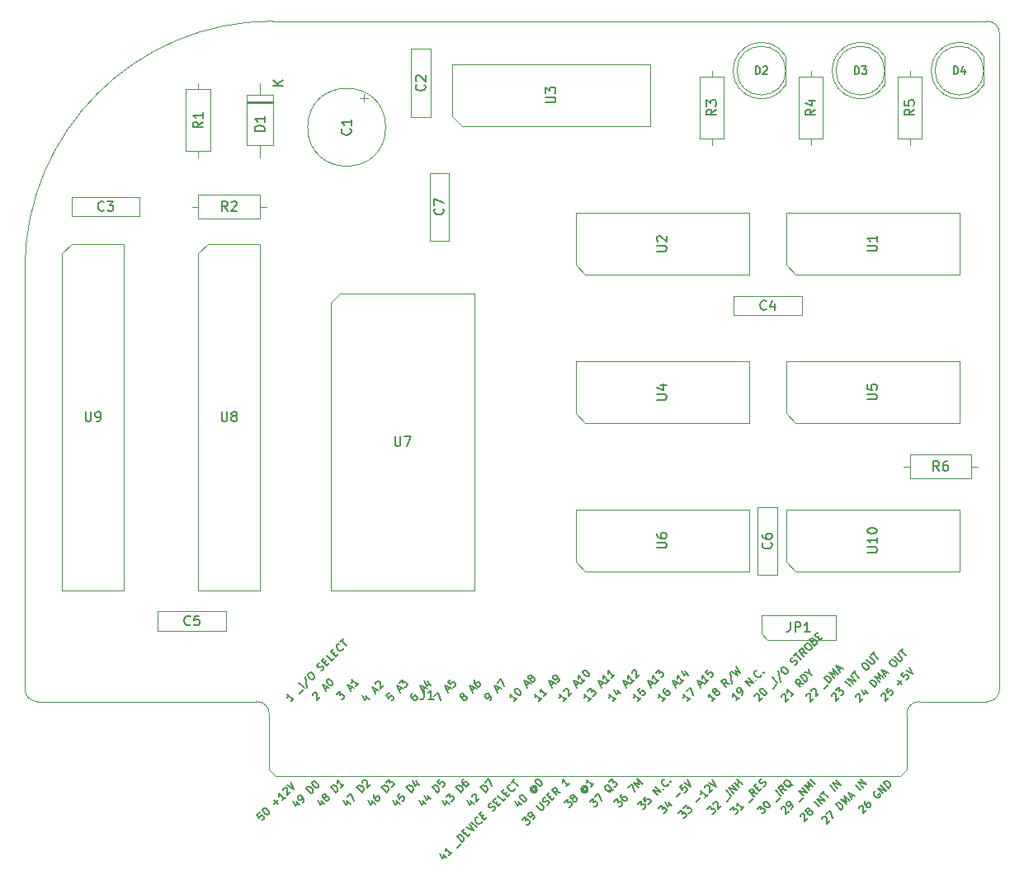
<source format=gbr>
G04 #@! TF.GenerationSoftware,KiCad,Pcbnew,(6.0.5-0)*
G04 #@! TF.CreationDate,2022-08-03T01:33:10-07:00*
G04 #@! TF.ProjectId,LanguageCard,4c616e67-7561-4676-9543-6172642e6b69,rev?*
G04 #@! TF.SameCoordinates,Original*
G04 #@! TF.FileFunction,AssemblyDrawing,Top*
%FSLAX46Y46*%
G04 Gerber Fmt 4.6, Leading zero omitted, Abs format (unit mm)*
G04 Created by KiCad (PCBNEW (6.0.5-0)) date 2022-08-03 01:33:10*
%MOMM*%
%LPD*%
G01*
G04 APERTURE LIST*
G04 #@! TA.AperFunction,Profile*
%ADD10C,0.100000*%
G04 #@! TD*
%ADD11C,0.150000*%
%ADD12C,0.200000*%
%ADD13C,0.127000*%
%ADD14C,0.100000*%
G04 APERTURE END LIST*
D10*
X179705000Y-93980000D02*
G75*
G03*
X180975000Y-95250000I1270000J0D01*
G01*
X278447500Y-25400000D02*
X205105000Y-25400000D01*
X204787500Y-102235000D02*
X205422500Y-102870000D01*
X271462500Y-95250000D02*
X278447500Y-95250000D01*
X179705000Y-93980000D02*
X179705000Y-50800000D01*
X204787500Y-96520000D02*
G75*
G03*
X203517500Y-95250000I-1270000J0D01*
G01*
X279717500Y-93980000D02*
X279717500Y-26670000D01*
X204787500Y-96520000D02*
X204787500Y-102235000D01*
X180975000Y-95250000D02*
X203517500Y-95250000D01*
X278447500Y-95250000D02*
G75*
G03*
X279717500Y-93980000I0J1270000D01*
G01*
X279717500Y-26670000D02*
G75*
G03*
X278447500Y-25400000I-1270000J0D01*
G01*
X269557500Y-102870000D02*
X205422500Y-102870000D01*
X270192500Y-96520000D02*
X270192500Y-102235000D01*
X271462500Y-95250000D02*
G75*
G03*
X270192500Y-96520000I0J-1270000D01*
G01*
X270192500Y-102235000D02*
X269557500Y-102870000D01*
X205105000Y-25400000D02*
G75*
G03*
X179705000Y-50800000I0J-25400000D01*
G01*
D11*
X199898095Y-65492380D02*
X199898095Y-66301904D01*
X199945714Y-66397142D01*
X199993333Y-66444761D01*
X200088571Y-66492380D01*
X200279047Y-66492380D01*
X200374285Y-66444761D01*
X200421904Y-66397142D01*
X200469523Y-66301904D01*
X200469523Y-65492380D01*
X201088571Y-65920952D02*
X200993333Y-65873333D01*
X200945714Y-65825714D01*
X200898095Y-65730476D01*
X200898095Y-65682857D01*
X200945714Y-65587619D01*
X200993333Y-65540000D01*
X201088571Y-65492380D01*
X201279047Y-65492380D01*
X201374285Y-65540000D01*
X201421904Y-65587619D01*
X201469523Y-65682857D01*
X201469523Y-65730476D01*
X201421904Y-65825714D01*
X201374285Y-65873333D01*
X201279047Y-65920952D01*
X201088571Y-65920952D01*
X200993333Y-65968571D01*
X200945714Y-66016190D01*
X200898095Y-66111428D01*
X200898095Y-66301904D01*
X200945714Y-66397142D01*
X200993333Y-66444761D01*
X201088571Y-66492380D01*
X201279047Y-66492380D01*
X201374285Y-66444761D01*
X201421904Y-66397142D01*
X201469523Y-66301904D01*
X201469523Y-66111428D01*
X201421904Y-66016190D01*
X201374285Y-65968571D01*
X201279047Y-65920952D01*
X260802380Y-34456666D02*
X260326190Y-34790000D01*
X260802380Y-35028095D02*
X259802380Y-35028095D01*
X259802380Y-34647142D01*
X259850000Y-34551904D01*
X259897619Y-34504285D01*
X259992857Y-34456666D01*
X260135714Y-34456666D01*
X260230952Y-34504285D01*
X260278571Y-34551904D01*
X260326190Y-34647142D01*
X260326190Y-35028095D01*
X260135714Y-33599523D02*
X260802380Y-33599523D01*
X259754761Y-33837619D02*
X260469047Y-34075714D01*
X260469047Y-33456666D01*
X258261666Y-87082380D02*
X258261666Y-87796666D01*
X258214047Y-87939523D01*
X258118809Y-88034761D01*
X257975952Y-88082380D01*
X257880714Y-88082380D01*
X258737857Y-88082380D02*
X258737857Y-87082380D01*
X259118809Y-87082380D01*
X259214047Y-87130000D01*
X259261666Y-87177619D01*
X259309285Y-87272857D01*
X259309285Y-87415714D01*
X259261666Y-87510952D01*
X259214047Y-87558571D01*
X259118809Y-87606190D01*
X258737857Y-87606190D01*
X260261666Y-88082380D02*
X259690238Y-88082380D01*
X259975952Y-88082380D02*
X259975952Y-87082380D01*
X259880714Y-87225238D01*
X259785476Y-87320476D01*
X259690238Y-87368095D01*
X270962380Y-34456666D02*
X270486190Y-34790000D01*
X270962380Y-35028095D02*
X269962380Y-35028095D01*
X269962380Y-34647142D01*
X270010000Y-34551904D01*
X270057619Y-34504285D01*
X270152857Y-34456666D01*
X270295714Y-34456666D01*
X270390952Y-34504285D01*
X270438571Y-34551904D01*
X270486190Y-34647142D01*
X270486190Y-35028095D01*
X269962380Y-33551904D02*
X269962380Y-34028095D01*
X270438571Y-34075714D01*
X270390952Y-34028095D01*
X270343333Y-33932857D01*
X270343333Y-33694761D01*
X270390952Y-33599523D01*
X270438571Y-33551904D01*
X270533809Y-33504285D01*
X270771904Y-33504285D01*
X270867142Y-33551904D01*
X270914761Y-33599523D01*
X270962380Y-33694761D01*
X270962380Y-33932857D01*
X270914761Y-34028095D01*
X270867142Y-34075714D01*
X273518333Y-71572380D02*
X273185000Y-71096190D01*
X272946904Y-71572380D02*
X272946904Y-70572380D01*
X273327857Y-70572380D01*
X273423095Y-70620000D01*
X273470714Y-70667619D01*
X273518333Y-70762857D01*
X273518333Y-70905714D01*
X273470714Y-71000952D01*
X273423095Y-71048571D01*
X273327857Y-71096190D01*
X272946904Y-71096190D01*
X274375476Y-70572380D02*
X274185000Y-70572380D01*
X274089761Y-70620000D01*
X274042142Y-70667619D01*
X273946904Y-70810476D01*
X273899285Y-71000952D01*
X273899285Y-71381904D01*
X273946904Y-71477142D01*
X273994523Y-71524761D01*
X274089761Y-71572380D01*
X274280238Y-71572380D01*
X274375476Y-71524761D01*
X274423095Y-71477142D01*
X274470714Y-71381904D01*
X274470714Y-71143809D01*
X274423095Y-71048571D01*
X274375476Y-71000952D01*
X274280238Y-70953333D01*
X274089761Y-70953333D01*
X273994523Y-71000952D01*
X273946904Y-71048571D01*
X273899285Y-71143809D01*
X244557380Y-64261904D02*
X245366904Y-64261904D01*
X245462142Y-64214285D01*
X245509761Y-64166666D01*
X245557380Y-64071428D01*
X245557380Y-63880952D01*
X245509761Y-63785714D01*
X245462142Y-63738095D01*
X245366904Y-63690476D01*
X244557380Y-63690476D01*
X244890714Y-62785714D02*
X245557380Y-62785714D01*
X244509761Y-63023809D02*
X245224047Y-63261904D01*
X245224047Y-62642857D01*
X244562380Y-49021904D02*
X245371904Y-49021904D01*
X245467142Y-48974285D01*
X245514761Y-48926666D01*
X245562380Y-48831428D01*
X245562380Y-48640952D01*
X245514761Y-48545714D01*
X245467142Y-48498095D01*
X245371904Y-48450476D01*
X244562380Y-48450476D01*
X244657619Y-48021904D02*
X244610000Y-47974285D01*
X244562380Y-47879047D01*
X244562380Y-47640952D01*
X244610000Y-47545714D01*
X244657619Y-47498095D01*
X244752857Y-47450476D01*
X244848095Y-47450476D01*
X244990952Y-47498095D01*
X245562380Y-48069523D01*
X245562380Y-47450476D01*
X250642380Y-34456666D02*
X250166190Y-34790000D01*
X250642380Y-35028095D02*
X249642380Y-35028095D01*
X249642380Y-34647142D01*
X249690000Y-34551904D01*
X249737619Y-34504285D01*
X249832857Y-34456666D01*
X249975714Y-34456666D01*
X250070952Y-34504285D01*
X250118571Y-34551904D01*
X250166190Y-34647142D01*
X250166190Y-35028095D01*
X249642380Y-34123333D02*
X249642380Y-33504285D01*
X250023333Y-33837619D01*
X250023333Y-33694761D01*
X250070952Y-33599523D01*
X250118571Y-33551904D01*
X250213809Y-33504285D01*
X250451904Y-33504285D01*
X250547142Y-33551904D01*
X250594761Y-33599523D01*
X250642380Y-33694761D01*
X250642380Y-33980476D01*
X250594761Y-34075714D01*
X250547142Y-34123333D01*
X204287380Y-36688095D02*
X203287380Y-36688095D01*
X203287380Y-36450000D01*
X203335000Y-36307142D01*
X203430238Y-36211904D01*
X203525476Y-36164285D01*
X203715952Y-36116666D01*
X203858809Y-36116666D01*
X204049285Y-36164285D01*
X204144523Y-36211904D01*
X204239761Y-36307142D01*
X204287380Y-36450000D01*
X204287380Y-36688095D01*
X204287380Y-35164285D02*
X204287380Y-35735714D01*
X204287380Y-35450000D02*
X203287380Y-35450000D01*
X203430238Y-35545238D01*
X203525476Y-35640476D01*
X203573095Y-35735714D01*
X206187380Y-32011904D02*
X205187380Y-32011904D01*
X206187380Y-31440476D02*
X205615952Y-31869047D01*
X205187380Y-31440476D02*
X205758809Y-32011904D01*
X266147380Y-49011904D02*
X266956904Y-49011904D01*
X267052142Y-48964285D01*
X267099761Y-48916666D01*
X267147380Y-48821428D01*
X267147380Y-48630952D01*
X267099761Y-48535714D01*
X267052142Y-48488095D01*
X266956904Y-48440476D01*
X266147380Y-48440476D01*
X267147380Y-47440476D02*
X267147380Y-48011904D01*
X267147380Y-47726190D02*
X266147380Y-47726190D01*
X266290238Y-47821428D01*
X266385476Y-47916666D01*
X266433095Y-48011904D01*
X200493333Y-44902380D02*
X200160000Y-44426190D01*
X199921904Y-44902380D02*
X199921904Y-43902380D01*
X200302857Y-43902380D01*
X200398095Y-43950000D01*
X200445714Y-43997619D01*
X200493333Y-44092857D01*
X200493333Y-44235714D01*
X200445714Y-44330952D01*
X200398095Y-44378571D01*
X200302857Y-44426190D01*
X199921904Y-44426190D01*
X200874285Y-43997619D02*
X200921904Y-43950000D01*
X201017142Y-43902380D01*
X201255238Y-43902380D01*
X201350476Y-43950000D01*
X201398095Y-43997619D01*
X201445714Y-44092857D01*
X201445714Y-44188095D01*
X201398095Y-44330952D01*
X200826666Y-44902380D01*
X201445714Y-44902380D01*
X213082142Y-36459015D02*
X213129761Y-36506634D01*
X213177380Y-36649491D01*
X213177380Y-36744729D01*
X213129761Y-36887587D01*
X213034523Y-36982825D01*
X212939285Y-37030444D01*
X212748809Y-37078063D01*
X212605952Y-37078063D01*
X212415476Y-37030444D01*
X212320238Y-36982825D01*
X212225000Y-36887587D01*
X212177380Y-36744729D01*
X212177380Y-36649491D01*
X212225000Y-36506634D01*
X212272619Y-36459015D01*
X213177380Y-35506634D02*
X213177380Y-36078063D01*
X213177380Y-35792349D02*
X212177380Y-35792349D01*
X212320238Y-35887587D01*
X212415476Y-35982825D01*
X212463095Y-36078063D01*
D12*
X275019523Y-30841904D02*
X275019523Y-30041904D01*
X275210000Y-30041904D01*
X275324285Y-30080000D01*
X275400476Y-30156190D01*
X275438571Y-30232380D01*
X275476666Y-30384761D01*
X275476666Y-30499047D01*
X275438571Y-30651428D01*
X275400476Y-30727619D01*
X275324285Y-30803809D01*
X275210000Y-30841904D01*
X275019523Y-30841904D01*
X276162380Y-30308571D02*
X276162380Y-30841904D01*
X275971904Y-30003809D02*
X275781428Y-30575238D01*
X276276666Y-30575238D01*
D11*
X222607142Y-44656666D02*
X222654761Y-44704285D01*
X222702380Y-44847142D01*
X222702380Y-44942380D01*
X222654761Y-45085238D01*
X222559523Y-45180476D01*
X222464285Y-45228095D01*
X222273809Y-45275714D01*
X222130952Y-45275714D01*
X221940476Y-45228095D01*
X221845238Y-45180476D01*
X221750000Y-45085238D01*
X221702380Y-44942380D01*
X221702380Y-44847142D01*
X221750000Y-44704285D01*
X221797619Y-44656666D01*
X221702380Y-44323333D02*
X221702380Y-43656666D01*
X222702380Y-44085238D01*
X196683333Y-87352142D02*
X196635714Y-87399761D01*
X196492857Y-87447380D01*
X196397619Y-87447380D01*
X196254761Y-87399761D01*
X196159523Y-87304523D01*
X196111904Y-87209285D01*
X196064285Y-87018809D01*
X196064285Y-86875952D01*
X196111904Y-86685476D01*
X196159523Y-86590238D01*
X196254761Y-86495000D01*
X196397619Y-86447380D01*
X196492857Y-86447380D01*
X196635714Y-86495000D01*
X196683333Y-86542619D01*
X197588095Y-86447380D02*
X197111904Y-86447380D01*
X197064285Y-86923571D01*
X197111904Y-86875952D01*
X197207142Y-86828333D01*
X197445238Y-86828333D01*
X197540476Y-86875952D01*
X197588095Y-86923571D01*
X197635714Y-87018809D01*
X197635714Y-87256904D01*
X197588095Y-87352142D01*
X197540476Y-87399761D01*
X197445238Y-87447380D01*
X197207142Y-87447380D01*
X197111904Y-87399761D01*
X197064285Y-87352142D01*
X266147380Y-79968095D02*
X266956904Y-79968095D01*
X267052142Y-79920476D01*
X267099761Y-79872857D01*
X267147380Y-79777619D01*
X267147380Y-79587142D01*
X267099761Y-79491904D01*
X267052142Y-79444285D01*
X266956904Y-79396666D01*
X266147380Y-79396666D01*
X267147380Y-78396666D02*
X267147380Y-78968095D01*
X267147380Y-78682380D02*
X266147380Y-78682380D01*
X266290238Y-78777619D01*
X266385476Y-78872857D01*
X266433095Y-78968095D01*
X266147380Y-77777619D02*
X266147380Y-77682380D01*
X266195000Y-77587142D01*
X266242619Y-77539523D01*
X266337857Y-77491904D01*
X266528333Y-77444285D01*
X266766428Y-77444285D01*
X266956904Y-77491904D01*
X267052142Y-77539523D01*
X267099761Y-77587142D01*
X267147380Y-77682380D01*
X267147380Y-77777619D01*
X267099761Y-77872857D01*
X267052142Y-77920476D01*
X266956904Y-77968095D01*
X266766428Y-78015714D01*
X266528333Y-78015714D01*
X266337857Y-77968095D01*
X266242619Y-77920476D01*
X266195000Y-77872857D01*
X266147380Y-77777619D01*
X185928095Y-65492380D02*
X185928095Y-66301904D01*
X185975714Y-66397142D01*
X186023333Y-66444761D01*
X186118571Y-66492380D01*
X186309047Y-66492380D01*
X186404285Y-66444761D01*
X186451904Y-66397142D01*
X186499523Y-66301904D01*
X186499523Y-65492380D01*
X187023333Y-66492380D02*
X187213809Y-66492380D01*
X187309047Y-66444761D01*
X187356666Y-66397142D01*
X187451904Y-66254285D01*
X187499523Y-66063809D01*
X187499523Y-65682857D01*
X187451904Y-65587619D01*
X187404285Y-65540000D01*
X187309047Y-65492380D01*
X187118571Y-65492380D01*
X187023333Y-65540000D01*
X186975714Y-65587619D01*
X186928095Y-65682857D01*
X186928095Y-65920952D01*
X186975714Y-66016190D01*
X187023333Y-66063809D01*
X187118571Y-66111428D01*
X187309047Y-66111428D01*
X187404285Y-66063809D01*
X187451904Y-66016190D01*
X187499523Y-65920952D01*
X220702142Y-31916666D02*
X220749761Y-31964285D01*
X220797380Y-32107142D01*
X220797380Y-32202380D01*
X220749761Y-32345238D01*
X220654523Y-32440476D01*
X220559285Y-32488095D01*
X220368809Y-32535714D01*
X220225952Y-32535714D01*
X220035476Y-32488095D01*
X219940238Y-32440476D01*
X219845000Y-32345238D01*
X219797380Y-32202380D01*
X219797380Y-32107142D01*
X219845000Y-31964285D01*
X219892619Y-31916666D01*
X219892619Y-31535714D02*
X219845000Y-31488095D01*
X219797380Y-31392857D01*
X219797380Y-31154761D01*
X219845000Y-31059523D01*
X219892619Y-31011904D01*
X219987857Y-30964285D01*
X220083095Y-30964285D01*
X220225952Y-31011904D01*
X220797380Y-31583333D01*
X220797380Y-30964285D01*
X255778333Y-54967142D02*
X255730714Y-55014761D01*
X255587857Y-55062380D01*
X255492619Y-55062380D01*
X255349761Y-55014761D01*
X255254523Y-54919523D01*
X255206904Y-54824285D01*
X255159285Y-54633809D01*
X255159285Y-54490952D01*
X255206904Y-54300476D01*
X255254523Y-54205238D01*
X255349761Y-54110000D01*
X255492619Y-54062380D01*
X255587857Y-54062380D01*
X255730714Y-54110000D01*
X255778333Y-54157619D01*
X256635476Y-54395714D02*
X256635476Y-55062380D01*
X256397380Y-54014761D02*
X256159285Y-54729047D01*
X256778333Y-54729047D01*
X197937380Y-35726666D02*
X197461190Y-36060000D01*
X197937380Y-36298095D02*
X196937380Y-36298095D01*
X196937380Y-35917142D01*
X196985000Y-35821904D01*
X197032619Y-35774285D01*
X197127857Y-35726666D01*
X197270714Y-35726666D01*
X197365952Y-35774285D01*
X197413571Y-35821904D01*
X197461190Y-35917142D01*
X197461190Y-36298095D01*
X197937380Y-34774285D02*
X197937380Y-35345714D01*
X197937380Y-35060000D02*
X196937380Y-35060000D01*
X197080238Y-35155238D01*
X197175476Y-35250476D01*
X197223095Y-35345714D01*
X266147380Y-64251904D02*
X266956904Y-64251904D01*
X267052142Y-64204285D01*
X267099761Y-64156666D01*
X267147380Y-64061428D01*
X267147380Y-63870952D01*
X267099761Y-63775714D01*
X267052142Y-63728095D01*
X266956904Y-63680476D01*
X266147380Y-63680476D01*
X266147380Y-62728095D02*
X266147380Y-63204285D01*
X266623571Y-63251904D01*
X266575952Y-63204285D01*
X266528333Y-63109047D01*
X266528333Y-62870952D01*
X266575952Y-62775714D01*
X266623571Y-62728095D01*
X266718809Y-62680476D01*
X266956904Y-62680476D01*
X267052142Y-62728095D01*
X267099761Y-62775714D01*
X267147380Y-62870952D01*
X267147380Y-63109047D01*
X267099761Y-63204285D01*
X267052142Y-63251904D01*
D12*
X264859523Y-30841904D02*
X264859523Y-30041904D01*
X265050000Y-30041904D01*
X265164285Y-30080000D01*
X265240476Y-30156190D01*
X265278571Y-30232380D01*
X265316666Y-30384761D01*
X265316666Y-30499047D01*
X265278571Y-30651428D01*
X265240476Y-30727619D01*
X265164285Y-30803809D01*
X265050000Y-30841904D01*
X264859523Y-30841904D01*
X265583333Y-30041904D02*
X266078571Y-30041904D01*
X265811904Y-30346666D01*
X265926190Y-30346666D01*
X266002380Y-30384761D01*
X266040476Y-30422857D01*
X266078571Y-30499047D01*
X266078571Y-30689523D01*
X266040476Y-30765714D01*
X266002380Y-30803809D01*
X265926190Y-30841904D01*
X265697619Y-30841904D01*
X265621428Y-30803809D01*
X265583333Y-30765714D01*
D11*
X256262142Y-78946666D02*
X256309761Y-78994285D01*
X256357380Y-79137142D01*
X256357380Y-79232380D01*
X256309761Y-79375238D01*
X256214523Y-79470476D01*
X256119285Y-79518095D01*
X255928809Y-79565714D01*
X255785952Y-79565714D01*
X255595476Y-79518095D01*
X255500238Y-79470476D01*
X255405000Y-79375238D01*
X255357380Y-79232380D01*
X255357380Y-79137142D01*
X255405000Y-78994285D01*
X255452619Y-78946666D01*
X255357380Y-78089523D02*
X255357380Y-78280000D01*
X255405000Y-78375238D01*
X255452619Y-78422857D01*
X255595476Y-78518095D01*
X255785952Y-78565714D01*
X256166904Y-78565714D01*
X256262142Y-78518095D01*
X256309761Y-78470476D01*
X256357380Y-78375238D01*
X256357380Y-78184761D01*
X256309761Y-78089523D01*
X256262142Y-78041904D01*
X256166904Y-77994285D01*
X255928809Y-77994285D01*
X255833571Y-78041904D01*
X255785952Y-78089523D01*
X255738333Y-78184761D01*
X255738333Y-78375238D01*
X255785952Y-78470476D01*
X255833571Y-78518095D01*
X255928809Y-78565714D01*
X233147380Y-33771904D02*
X233956904Y-33771904D01*
X234052142Y-33724285D01*
X234099761Y-33676666D01*
X234147380Y-33581428D01*
X234147380Y-33390952D01*
X234099761Y-33295714D01*
X234052142Y-33248095D01*
X233956904Y-33200476D01*
X233147380Y-33200476D01*
X233147380Y-32819523D02*
X233147380Y-32200476D01*
X233528333Y-32533809D01*
X233528333Y-32390952D01*
X233575952Y-32295714D01*
X233623571Y-32248095D01*
X233718809Y-32200476D01*
X233956904Y-32200476D01*
X234052142Y-32248095D01*
X234099761Y-32295714D01*
X234147380Y-32390952D01*
X234147380Y-32676666D01*
X234099761Y-32771904D01*
X234052142Y-32819523D01*
X217678095Y-68032380D02*
X217678095Y-68841904D01*
X217725714Y-68937142D01*
X217773333Y-68984761D01*
X217868571Y-69032380D01*
X218059047Y-69032380D01*
X218154285Y-68984761D01*
X218201904Y-68937142D01*
X218249523Y-68841904D01*
X218249523Y-68032380D01*
X218630476Y-68032380D02*
X219297142Y-68032380D01*
X218868571Y-69032380D01*
X187833333Y-44807142D02*
X187785714Y-44854761D01*
X187642857Y-44902380D01*
X187547619Y-44902380D01*
X187404761Y-44854761D01*
X187309523Y-44759523D01*
X187261904Y-44664285D01*
X187214285Y-44473809D01*
X187214285Y-44330952D01*
X187261904Y-44140476D01*
X187309523Y-44045238D01*
X187404761Y-43950000D01*
X187547619Y-43902380D01*
X187642857Y-43902380D01*
X187785714Y-43950000D01*
X187833333Y-43997619D01*
X188166666Y-43902380D02*
X188785714Y-43902380D01*
X188452380Y-44283333D01*
X188595238Y-44283333D01*
X188690476Y-44330952D01*
X188738095Y-44378571D01*
X188785714Y-44473809D01*
X188785714Y-44711904D01*
X188738095Y-44807142D01*
X188690476Y-44854761D01*
X188595238Y-44902380D01*
X188309523Y-44902380D01*
X188214285Y-44854761D01*
X188166666Y-44807142D01*
X220646666Y-94059380D02*
X220646666Y-94773666D01*
X220599047Y-94916523D01*
X220503809Y-95011761D01*
X220360952Y-95059380D01*
X220265714Y-95059380D01*
X221646666Y-95059380D02*
X221075238Y-95059380D01*
X221360952Y-95059380D02*
X221360952Y-94059380D01*
X221265714Y-94202238D01*
X221170476Y-94297476D01*
X221075238Y-94345095D01*
D13*
X250536316Y-94883183D02*
X250228422Y-95191077D01*
X250382369Y-95037130D02*
X249843553Y-94498314D01*
X249869211Y-94626604D01*
X249869211Y-94729235D01*
X249843553Y-94806209D01*
X250536316Y-94267394D02*
X250459342Y-94293051D01*
X250408027Y-94293051D01*
X250331053Y-94267394D01*
X250305395Y-94241736D01*
X250279737Y-94164762D01*
X250279737Y-94113446D01*
X250305395Y-94036473D01*
X250408027Y-93933841D01*
X250485000Y-93908183D01*
X250536316Y-93908183D01*
X250613290Y-93933841D01*
X250638948Y-93959499D01*
X250664605Y-94036473D01*
X250664605Y-94087788D01*
X250638948Y-94164762D01*
X250536316Y-94267394D01*
X250510658Y-94344367D01*
X250510658Y-94395683D01*
X250536316Y-94472657D01*
X250638948Y-94575288D01*
X250715921Y-94600946D01*
X250767237Y-94600946D01*
X250844211Y-94575288D01*
X250946842Y-94472657D01*
X250972500Y-94395683D01*
X250972500Y-94344367D01*
X250946842Y-94267394D01*
X250844211Y-94164762D01*
X250767237Y-94139104D01*
X250715921Y-94139104D01*
X250638948Y-94164762D01*
X251998815Y-93420684D02*
X251562631Y-93343710D01*
X251690920Y-93728578D02*
X251152105Y-93189763D01*
X251357368Y-92984500D01*
X251434342Y-92958842D01*
X251485657Y-92958842D01*
X251562631Y-92984500D01*
X251639605Y-93061474D01*
X251665262Y-93138447D01*
X251665262Y-93189763D01*
X251639605Y-93266737D01*
X251434342Y-93472000D01*
X252050131Y-92240422D02*
X252281051Y-93395026D01*
X252204078Y-92137790D02*
X252871183Y-92548316D01*
X252588946Y-92060816D01*
X253076446Y-92343053D01*
X252665920Y-91675948D01*
X254574529Y-94695971D02*
X254574529Y-94644655D01*
X254600186Y-94567681D01*
X254728476Y-94439392D01*
X254805449Y-94413734D01*
X254856765Y-94413734D01*
X254933739Y-94439392D01*
X254985055Y-94490708D01*
X255036370Y-94593339D01*
X255036370Y-95209128D01*
X255369923Y-94875576D01*
X255164660Y-94003208D02*
X255215975Y-93951892D01*
X255292949Y-93926235D01*
X255344265Y-93926235D01*
X255421238Y-93951892D01*
X255549528Y-94028866D01*
X255677817Y-94157155D01*
X255754791Y-94285445D01*
X255780449Y-94362418D01*
X255780449Y-94413734D01*
X255754791Y-94490708D01*
X255703475Y-94542024D01*
X255626501Y-94567681D01*
X255575186Y-94567681D01*
X255498212Y-94542024D01*
X255369923Y-94465050D01*
X255241633Y-94336761D01*
X255164660Y-94208471D01*
X255139002Y-94131498D01*
X255139002Y-94080182D01*
X255164660Y-94003208D01*
X256447553Y-93900577D02*
X256858079Y-93490051D01*
X256935053Y-93310446D02*
X256396238Y-92771630D01*
X257012027Y-92104525D02*
X257242948Y-93259130D01*
X257319921Y-91847947D02*
X257422553Y-91745315D01*
X257499526Y-91719657D01*
X257602158Y-91719657D01*
X257730447Y-91796631D01*
X257910052Y-91976236D01*
X257987026Y-92104525D01*
X257987026Y-92207157D01*
X257961368Y-92284131D01*
X257858737Y-92386762D01*
X257781763Y-92412420D01*
X257679131Y-92412420D01*
X257550842Y-92335446D01*
X257371237Y-92155841D01*
X257294263Y-92027552D01*
X257294263Y-91924920D01*
X257319921Y-91847947D01*
X258679788Y-91514394D02*
X258782420Y-91463079D01*
X258910709Y-91334789D01*
X258936367Y-91257816D01*
X258936367Y-91206500D01*
X258910709Y-91129526D01*
X258859394Y-91078211D01*
X258782420Y-91052553D01*
X258731104Y-91052553D01*
X258654131Y-91078211D01*
X258525841Y-91155184D01*
X258448868Y-91180842D01*
X258397552Y-91180842D01*
X258320578Y-91155184D01*
X258269262Y-91103868D01*
X258243605Y-91026895D01*
X258243605Y-90975579D01*
X258269262Y-90898605D01*
X258397552Y-90770316D01*
X258500183Y-90719000D01*
X258628473Y-90539395D02*
X258936367Y-90231501D01*
X259321235Y-90924263D02*
X258782420Y-90385448D01*
X259962682Y-90282816D02*
X259526498Y-90205843D01*
X259654788Y-90590711D02*
X259115972Y-90051896D01*
X259321235Y-89846633D01*
X259398209Y-89820975D01*
X259449525Y-89820975D01*
X259526498Y-89846633D01*
X259603472Y-89923606D01*
X259629130Y-90000580D01*
X259629130Y-90051896D01*
X259603472Y-90128869D01*
X259398209Y-90334132D01*
X259757419Y-89410449D02*
X259860051Y-89307817D01*
X259937024Y-89282159D01*
X260039656Y-89282159D01*
X260167945Y-89359133D01*
X260347550Y-89538738D01*
X260424524Y-89667027D01*
X260424524Y-89769659D01*
X260398866Y-89846633D01*
X260296235Y-89949264D01*
X260219261Y-89974922D01*
X260116629Y-89974922D01*
X259988340Y-89897948D01*
X259808735Y-89718343D01*
X259731761Y-89590054D01*
X259731761Y-89487422D01*
X259757419Y-89410449D01*
X260655445Y-89025581D02*
X260758076Y-88974265D01*
X260809392Y-88974265D01*
X260886366Y-88999923D01*
X260963339Y-89076896D01*
X260988997Y-89153870D01*
X260988997Y-89205186D01*
X260963339Y-89282159D01*
X260758076Y-89487422D01*
X260219261Y-88948607D01*
X260398866Y-88769002D01*
X260475840Y-88743344D01*
X260527155Y-88743344D01*
X260604129Y-88769002D01*
X260655445Y-88820318D01*
X260681103Y-88897291D01*
X260681103Y-88948607D01*
X260655445Y-89025581D01*
X260475840Y-89205186D01*
X261014655Y-88666370D02*
X261194260Y-88486765D01*
X261553470Y-88692028D02*
X261296892Y-88948607D01*
X260758076Y-88409792D01*
X261014655Y-88153213D01*
X222900342Y-105417736D02*
X223259553Y-105776946D01*
X222566790Y-105340762D02*
X222823369Y-105853920D01*
X223156921Y-105520367D01*
X222951658Y-105007210D02*
X223285211Y-104673657D01*
X223310868Y-105058525D01*
X223387842Y-104981552D01*
X223464816Y-104955894D01*
X223516131Y-104955894D01*
X223593105Y-104981552D01*
X223721394Y-105109841D01*
X223747052Y-105186815D01*
X223747052Y-105238131D01*
X223721394Y-105315104D01*
X223567447Y-105469051D01*
X223490474Y-105494709D01*
X223439158Y-105494709D01*
X224465473Y-104571026D02*
X223926657Y-104032211D01*
X224054947Y-103903921D01*
X224157578Y-103852605D01*
X224260210Y-103852605D01*
X224337183Y-103878263D01*
X224465473Y-103955237D01*
X224542446Y-104032211D01*
X224619420Y-104160500D01*
X224645078Y-104237474D01*
X224645078Y-104340105D01*
X224593762Y-104442737D01*
X224465473Y-104571026D01*
X224696394Y-103262474D02*
X224593762Y-103365106D01*
X224568104Y-103442079D01*
X224568104Y-103493395D01*
X224593762Y-103621685D01*
X224670736Y-103749974D01*
X224875999Y-103955237D01*
X224952972Y-103980895D01*
X225004288Y-103980895D01*
X225081262Y-103955237D01*
X225183893Y-103852605D01*
X225209551Y-103775632D01*
X225209551Y-103724316D01*
X225183893Y-103647342D01*
X225055604Y-103519053D01*
X224978630Y-103493395D01*
X224927314Y-103493395D01*
X224850341Y-103519053D01*
X224747709Y-103621685D01*
X224722051Y-103698658D01*
X224722051Y-103749974D01*
X224747709Y-103826948D01*
X211684566Y-94557302D02*
X212018119Y-94223749D01*
X212043776Y-94608617D01*
X212120750Y-94531644D01*
X212197724Y-94505986D01*
X212249039Y-94505986D01*
X212326013Y-94531644D01*
X212454302Y-94659933D01*
X212479960Y-94736907D01*
X212479960Y-94788223D01*
X212454302Y-94865196D01*
X212300355Y-95019143D01*
X212223382Y-95044801D01*
X212172066Y-95044801D01*
X213018776Y-93992828D02*
X213275354Y-93736250D01*
X213121407Y-94198091D02*
X212762197Y-93479671D01*
X213480617Y-93838881D01*
X213942459Y-93377039D02*
X213634565Y-93684934D01*
X213788512Y-93530987D02*
X213249697Y-92992171D01*
X213275354Y-93120461D01*
X213275354Y-93223092D01*
X213249697Y-93300066D01*
X214686408Y-94708670D02*
X215045618Y-95067880D01*
X214352856Y-94631697D02*
X214609434Y-95144854D01*
X214942987Y-94811302D01*
X215558776Y-94246828D02*
X215815354Y-93990250D01*
X215661407Y-94452091D02*
X215302197Y-93733671D01*
X216020617Y-94092881D01*
X215687065Y-93451434D02*
X215687065Y-93400119D01*
X215712723Y-93323145D01*
X215841012Y-93194856D01*
X215917986Y-93169198D01*
X215969302Y-93169198D01*
X216046275Y-93194856D01*
X216097591Y-93246171D01*
X216148907Y-93348803D01*
X216148907Y-93964592D01*
X216482459Y-93631039D01*
X207329304Y-94910195D02*
X207021409Y-95218089D01*
X207175357Y-95064142D02*
X206636541Y-94525327D01*
X206662199Y-94653616D01*
X206662199Y-94756247D01*
X206636541Y-94833221D01*
X207893777Y-94448353D02*
X208304303Y-94037827D01*
X208381277Y-93858222D02*
X207842461Y-93319406D01*
X208458250Y-92652302D02*
X208689171Y-93806906D01*
X208766145Y-92395723D02*
X208868776Y-92293091D01*
X208945750Y-92267434D01*
X209048382Y-92267434D01*
X209176671Y-92344407D01*
X209356276Y-92524012D01*
X209433250Y-92652302D01*
X209433250Y-92754933D01*
X209407592Y-92831907D01*
X209304960Y-92934538D01*
X209227987Y-92960196D01*
X209125355Y-92960196D01*
X208997066Y-92883223D01*
X208817461Y-92703617D01*
X208740487Y-92575328D01*
X208740487Y-92472697D01*
X208766145Y-92395723D01*
X210126012Y-92062171D02*
X210228644Y-92010855D01*
X210356933Y-91882565D01*
X210382591Y-91805592D01*
X210382591Y-91754276D01*
X210356933Y-91677302D01*
X210305617Y-91625987D01*
X210228644Y-91600329D01*
X210177328Y-91600329D01*
X210100354Y-91625987D01*
X209972065Y-91702960D01*
X209895091Y-91728618D01*
X209843776Y-91728618D01*
X209766802Y-91702960D01*
X209715486Y-91651645D01*
X209689828Y-91574671D01*
X209689828Y-91523355D01*
X209715486Y-91446382D01*
X209843776Y-91318092D01*
X209946407Y-91266776D01*
X210408249Y-91266776D02*
X210587854Y-91087171D01*
X210947064Y-91292434D02*
X210690486Y-91549013D01*
X210151670Y-91010198D01*
X210408249Y-90753619D01*
X211434564Y-90804935D02*
X211177985Y-91061513D01*
X210639170Y-90522698D01*
X211331932Y-90343093D02*
X211511538Y-90163488D01*
X211870748Y-90368751D02*
X211614169Y-90625330D01*
X211075354Y-90086514D01*
X211331932Y-89829935D01*
X212358247Y-89778620D02*
X212358247Y-89829935D01*
X212306932Y-89932567D01*
X212255616Y-89983883D01*
X212152984Y-90035198D01*
X212050353Y-90035198D01*
X211973379Y-90009541D01*
X211845090Y-89932567D01*
X211768116Y-89855593D01*
X211691143Y-89727304D01*
X211665485Y-89650330D01*
X211665485Y-89547699D01*
X211716801Y-89445067D01*
X211768116Y-89393752D01*
X211870748Y-89342436D01*
X211922064Y-89342436D01*
X212024695Y-89137173D02*
X212332590Y-88829278D01*
X212717458Y-89522041D02*
X212178642Y-88983226D01*
X224616776Y-94786933D02*
X224539803Y-94812591D01*
X224488487Y-94812591D01*
X224411513Y-94786933D01*
X224385856Y-94761275D01*
X224360198Y-94684302D01*
X224360198Y-94632986D01*
X224385856Y-94556012D01*
X224488487Y-94453381D01*
X224565461Y-94427723D01*
X224616776Y-94427723D01*
X224693750Y-94453381D01*
X224719408Y-94479039D01*
X224745066Y-94556012D01*
X224745066Y-94607328D01*
X224719408Y-94684302D01*
X224616776Y-94786933D01*
X224591119Y-94863907D01*
X224591119Y-94915223D01*
X224616776Y-94992196D01*
X224719408Y-95094828D01*
X224796382Y-95120486D01*
X224847697Y-95120486D01*
X224924671Y-95094828D01*
X225027302Y-94992196D01*
X225052960Y-94915223D01*
X225052960Y-94863907D01*
X225027302Y-94786933D01*
X224924671Y-94684302D01*
X224847697Y-94658644D01*
X224796382Y-94658644D01*
X224719408Y-94684302D01*
X225591776Y-94119828D02*
X225848354Y-93863250D01*
X225694407Y-94325091D02*
X225335197Y-93606671D01*
X226053617Y-93965881D01*
X225925328Y-93016540D02*
X225822697Y-93119171D01*
X225797039Y-93196145D01*
X225797039Y-93247461D01*
X225822697Y-93375750D01*
X225899670Y-93504039D01*
X226104933Y-93709302D01*
X226181907Y-93734960D01*
X226233223Y-93734960D01*
X226310196Y-93709302D01*
X226412828Y-93606671D01*
X226438486Y-93529697D01*
X226438486Y-93478382D01*
X226412828Y-93401408D01*
X226284538Y-93273119D01*
X226207565Y-93247461D01*
X226156249Y-93247461D01*
X226079275Y-93273119D01*
X225976644Y-93375750D01*
X225950986Y-93452724D01*
X225950986Y-93504039D01*
X225976644Y-93581013D01*
X220487342Y-105417736D02*
X220846553Y-105776946D01*
X220153790Y-105340762D02*
X220410369Y-105853920D01*
X220743921Y-105520367D01*
X221000500Y-104904578D02*
X221359710Y-105263788D01*
X220666948Y-104827605D02*
X220923526Y-105340762D01*
X221257079Y-105007210D01*
X222052473Y-104571026D02*
X221513657Y-104032211D01*
X221641947Y-103903921D01*
X221744578Y-103852605D01*
X221847210Y-103852605D01*
X221924183Y-103878263D01*
X222052473Y-103955237D01*
X222129446Y-104032211D01*
X222206420Y-104160500D01*
X222232078Y-104237474D01*
X222232078Y-104340105D01*
X222180762Y-104442737D01*
X222052473Y-104571026D01*
X222309051Y-103236816D02*
X222052473Y-103493395D01*
X222283394Y-103775632D01*
X222283394Y-103724316D01*
X222309051Y-103647342D01*
X222437341Y-103519053D01*
X222514314Y-103493395D01*
X222565630Y-103493395D01*
X222642604Y-103519053D01*
X222770893Y-103647342D01*
X222796551Y-103724316D01*
X222796551Y-103775632D01*
X222770893Y-103852605D01*
X222642604Y-103980895D01*
X222565630Y-104006553D01*
X222514314Y-104006553D01*
X212740342Y-105417736D02*
X213099553Y-105776946D01*
X212406790Y-105340762D02*
X212663369Y-105853920D01*
X212996921Y-105520367D01*
X212791658Y-105007210D02*
X213150868Y-104647999D01*
X213458763Y-105417736D01*
X214305473Y-104571026D02*
X213766657Y-104032211D01*
X213894947Y-103903921D01*
X213997578Y-103852605D01*
X214100210Y-103852605D01*
X214177183Y-103878263D01*
X214305473Y-103955237D01*
X214382446Y-104032211D01*
X214459420Y-104160500D01*
X214485078Y-104237474D01*
X214485078Y-104340105D01*
X214433762Y-104442737D01*
X214305473Y-104571026D01*
X214331131Y-103570369D02*
X214331131Y-103519053D01*
X214356788Y-103442079D01*
X214485078Y-103313790D01*
X214562051Y-103288132D01*
X214613367Y-103288132D01*
X214690341Y-103313790D01*
X214741657Y-103365106D01*
X214792972Y-103467737D01*
X214792972Y-104083526D01*
X215126525Y-103749974D01*
X265273409Y-106222091D02*
X265273409Y-106170775D01*
X265299067Y-106093801D01*
X265427356Y-105965512D01*
X265504330Y-105939854D01*
X265555645Y-105939854D01*
X265632619Y-105965512D01*
X265683935Y-106016828D01*
X265735250Y-106119459D01*
X265735250Y-106735248D01*
X266068803Y-106401696D01*
X265991829Y-105401039D02*
X265889198Y-105503670D01*
X265863540Y-105580644D01*
X265863540Y-105631960D01*
X265889198Y-105760249D01*
X265966171Y-105888538D01*
X266171434Y-106093801D01*
X266248408Y-106119459D01*
X266299724Y-106119459D01*
X266376697Y-106093801D01*
X266479329Y-105991170D01*
X266504987Y-105914196D01*
X266504987Y-105862880D01*
X266479329Y-105785907D01*
X266351039Y-105657617D01*
X266274066Y-105631960D01*
X266222750Y-105631960D01*
X266145776Y-105657617D01*
X266043145Y-105760249D01*
X266017487Y-105837223D01*
X266017487Y-105888538D01*
X266043145Y-105965512D01*
X266992486Y-104451697D02*
X266915513Y-104477355D01*
X266838539Y-104554329D01*
X266787223Y-104656960D01*
X266787223Y-104759592D01*
X266812881Y-104836565D01*
X266889855Y-104964855D01*
X266966828Y-105041828D01*
X267095118Y-105118802D01*
X267172091Y-105144460D01*
X267274723Y-105144460D01*
X267377354Y-105093144D01*
X267428670Y-105041828D01*
X267479986Y-104939197D01*
X267479986Y-104887881D01*
X267300381Y-104708276D01*
X267197749Y-104810908D01*
X267762223Y-104708276D02*
X267223407Y-104169461D01*
X268070117Y-104400382D01*
X267531302Y-103861566D01*
X268326696Y-104143803D02*
X267787880Y-103604987D01*
X267916170Y-103476698D01*
X268018801Y-103425382D01*
X268121433Y-103425382D01*
X268198406Y-103451040D01*
X268326696Y-103528014D01*
X268403669Y-103604987D01*
X268480643Y-103733277D01*
X268506301Y-103810250D01*
X268506301Y-103912882D01*
X268454985Y-104015513D01*
X268326696Y-104143803D01*
X261495449Y-107333051D02*
X261495449Y-107281735D01*
X261521107Y-107204761D01*
X261649396Y-107076472D01*
X261726370Y-107050814D01*
X261777685Y-107050814D01*
X261854659Y-107076472D01*
X261905975Y-107127788D01*
X261957290Y-107230419D01*
X261957290Y-107846208D01*
X262290843Y-107512656D01*
X261931633Y-106794235D02*
X262290843Y-106435025D01*
X262598737Y-107204761D01*
X263445447Y-106358051D02*
X262906632Y-105819236D01*
X263034921Y-105690947D01*
X263137553Y-105639631D01*
X263240184Y-105639631D01*
X263317158Y-105665289D01*
X263445447Y-105742262D01*
X263522421Y-105819236D01*
X263599394Y-105947525D01*
X263625052Y-106024499D01*
X263625052Y-106127131D01*
X263573737Y-106229762D01*
X263445447Y-106358051D01*
X263984262Y-105819236D02*
X263445447Y-105280421D01*
X264009920Y-105485684D01*
X263804657Y-104921211D01*
X264343473Y-105460026D01*
X264420446Y-105075158D02*
X264677025Y-104818579D01*
X264523078Y-105280421D02*
X264163868Y-104562000D01*
X264882288Y-104921211D01*
X265472419Y-104331079D02*
X264933604Y-103792264D01*
X265728998Y-104074501D02*
X265190183Y-103535685D01*
X266036892Y-103766606D01*
X265498077Y-103227791D01*
X237824776Y-94894722D02*
X237516882Y-95202617D01*
X237670829Y-95048669D02*
X237132014Y-94509854D01*
X237157672Y-94638143D01*
X237157672Y-94740775D01*
X237132014Y-94817749D01*
X237465566Y-94176302D02*
X237799119Y-93842749D01*
X237824776Y-94227617D01*
X237901750Y-94150644D01*
X237978724Y-94124986D01*
X238030039Y-94124986D01*
X238107013Y-94150644D01*
X238235302Y-94278933D01*
X238260960Y-94355907D01*
X238260960Y-94407223D01*
X238235302Y-94484196D01*
X238081355Y-94638143D01*
X238004382Y-94663801D01*
X237953066Y-94663801D01*
X238799776Y-93611828D02*
X239056354Y-93355250D01*
X238902407Y-93817091D02*
X238543197Y-93098671D01*
X239261617Y-93457881D01*
X239723459Y-92996039D02*
X239415565Y-93303934D01*
X239569512Y-93149987D02*
X239030697Y-92611171D01*
X239056354Y-92739461D01*
X239056354Y-92842092D01*
X239030697Y-92919066D01*
X240236617Y-92482882D02*
X239928722Y-92790776D01*
X240082669Y-92636829D02*
X239543854Y-92098014D01*
X239569512Y-92226303D01*
X239569512Y-92328935D01*
X239543854Y-92405908D01*
X242603264Y-105802604D02*
X242936816Y-105469051D01*
X242962474Y-105853920D01*
X243039448Y-105776946D01*
X243116422Y-105751288D01*
X243167737Y-105751288D01*
X243244711Y-105776946D01*
X243373000Y-105905235D01*
X243398658Y-105982209D01*
X243398658Y-106033525D01*
X243373000Y-106110498D01*
X243219053Y-106264446D01*
X243142079Y-106290103D01*
X243090764Y-106290103D01*
X243424316Y-104981552D02*
X243167737Y-105238131D01*
X243398658Y-105520367D01*
X243398658Y-105469051D01*
X243424316Y-105392078D01*
X243552605Y-105263788D01*
X243629579Y-105238131D01*
X243680895Y-105238131D01*
X243757868Y-105263788D01*
X243886158Y-105392078D01*
X243911816Y-105469051D01*
X243911816Y-105520367D01*
X243886158Y-105597341D01*
X243757868Y-105725630D01*
X243680895Y-105751288D01*
X243629579Y-105751288D01*
X244630236Y-104853262D02*
X244091421Y-104314447D01*
X244938131Y-104545368D01*
X244399315Y-104006553D01*
X245143394Y-104237474D02*
X245194709Y-104237474D01*
X245194709Y-104288789D01*
X245143394Y-104288789D01*
X245143394Y-104237474D01*
X245194709Y-104288789D01*
X245707867Y-103673000D02*
X245707867Y-103724316D01*
X245656551Y-103826948D01*
X245605235Y-103878263D01*
X245502604Y-103929579D01*
X245399972Y-103929579D01*
X245322999Y-103903921D01*
X245194709Y-103826948D01*
X245117736Y-103749974D01*
X245040762Y-103621685D01*
X245015104Y-103544711D01*
X245015104Y-103442079D01*
X245066420Y-103339448D01*
X245117736Y-103288132D01*
X245220367Y-103236816D01*
X245271683Y-103236816D01*
X245938788Y-103442079D02*
X245990103Y-103442079D01*
X245990103Y-103493395D01*
X245938788Y-103493395D01*
X245938788Y-103442079D01*
X245990103Y-103493395D01*
X227413355Y-95146143D02*
X227515987Y-95043512D01*
X227541645Y-94966538D01*
X227541645Y-94915223D01*
X227515987Y-94786933D01*
X227439013Y-94658644D01*
X227233750Y-94453381D01*
X227156776Y-94427723D01*
X227105461Y-94427723D01*
X227028487Y-94453381D01*
X226925856Y-94556012D01*
X226900198Y-94632986D01*
X226900198Y-94684302D01*
X226925856Y-94761275D01*
X227054145Y-94889565D01*
X227131119Y-94915223D01*
X227182434Y-94915223D01*
X227259408Y-94889565D01*
X227362039Y-94786933D01*
X227387697Y-94709960D01*
X227387697Y-94658644D01*
X227362039Y-94581670D01*
X228131776Y-94119828D02*
X228388354Y-93863250D01*
X228234407Y-94325091D02*
X227875197Y-93606671D01*
X228593617Y-93965881D01*
X228183091Y-93298776D02*
X228542302Y-92939566D01*
X228850196Y-93709302D01*
X235061527Y-105597341D02*
X235395079Y-105263788D01*
X235420737Y-105648657D01*
X235497711Y-105571683D01*
X235574685Y-105546025D01*
X235626000Y-105546025D01*
X235702974Y-105571683D01*
X235831263Y-105699972D01*
X235856921Y-105776946D01*
X235856921Y-105828262D01*
X235831263Y-105905235D01*
X235677316Y-106059183D01*
X235600342Y-106084840D01*
X235549027Y-106084840D01*
X235933895Y-105186815D02*
X235856921Y-105212473D01*
X235805605Y-105212473D01*
X235728632Y-105186815D01*
X235702974Y-105161157D01*
X235677316Y-105084183D01*
X235677316Y-105032868D01*
X235702974Y-104955894D01*
X235805605Y-104853262D01*
X235882579Y-104827605D01*
X235933895Y-104827605D01*
X236010868Y-104853262D01*
X236036526Y-104878920D01*
X236062184Y-104955894D01*
X236062184Y-105007210D01*
X236036526Y-105084183D01*
X235933895Y-105186815D01*
X235908237Y-105263788D01*
X235908237Y-105315104D01*
X235933895Y-105392078D01*
X236036526Y-105494709D01*
X236113500Y-105520367D01*
X236164816Y-105520367D01*
X236241789Y-105494709D01*
X236344421Y-105392078D01*
X236370079Y-105315104D01*
X236370079Y-105263788D01*
X236344421Y-105186815D01*
X236241789Y-105084183D01*
X236164816Y-105058525D01*
X236113500Y-105058525D01*
X236036526Y-105084183D01*
X237165473Y-104057868D02*
X237114157Y-104057868D01*
X237037183Y-104083526D01*
X236985868Y-104134842D01*
X236960210Y-104211816D01*
X236960210Y-104263131D01*
X236985868Y-104340105D01*
X237037183Y-104391421D01*
X237114157Y-104417079D01*
X237165473Y-104417079D01*
X237242446Y-104391421D01*
X237293762Y-104340105D01*
X237319420Y-104263131D01*
X237319420Y-104211816D01*
X237114157Y-104006553D02*
X237319420Y-104211816D01*
X237370736Y-104211816D01*
X237396394Y-104186158D01*
X237422051Y-104109184D01*
X237396394Y-104032211D01*
X237268104Y-103903921D01*
X237139815Y-103878263D01*
X237011525Y-103903921D01*
X236883236Y-103980895D01*
X236806262Y-104109184D01*
X236780605Y-104237474D01*
X236806262Y-104365763D01*
X236883236Y-104494052D01*
X237011525Y-104571026D01*
X237139815Y-104596684D01*
X237268104Y-104571026D01*
X237396394Y-104494052D01*
X237473367Y-104365763D01*
X237499025Y-104237474D01*
X238063498Y-103673000D02*
X237755604Y-103980895D01*
X237909551Y-103826948D02*
X237370736Y-103288132D01*
X237396394Y-103416422D01*
X237396394Y-103519053D01*
X237370736Y-103596027D01*
X240364776Y-94894722D02*
X240056882Y-95202617D01*
X240210829Y-95048669D02*
X239672014Y-94509854D01*
X239697672Y-94638143D01*
X239697672Y-94740775D01*
X239672014Y-94817749D01*
X240467408Y-94073670D02*
X240826618Y-94432880D01*
X240133856Y-93996697D02*
X240390434Y-94509854D01*
X240723987Y-94176302D01*
X241339776Y-93611828D02*
X241596354Y-93355250D01*
X241442407Y-93817091D02*
X241083197Y-93098671D01*
X241801617Y-93457881D01*
X242263459Y-92996039D02*
X241955565Y-93303934D01*
X242109512Y-93149987D02*
X241570697Y-92611171D01*
X241596354Y-92739461D01*
X241596354Y-92842092D01*
X241570697Y-92919066D01*
X241981223Y-92303277D02*
X241981223Y-92251961D01*
X242006880Y-92174987D01*
X242135170Y-92046698D01*
X242212143Y-92021040D01*
X242263459Y-92021040D01*
X242340433Y-92046698D01*
X242391749Y-92098014D01*
X242443064Y-92200645D01*
X242443064Y-92816434D01*
X242776617Y-92482882D01*
X259274883Y-107013617D02*
X259274883Y-106962301D01*
X259300541Y-106885327D01*
X259428830Y-106757038D01*
X259505804Y-106731380D01*
X259557119Y-106731380D01*
X259634093Y-106757038D01*
X259685409Y-106808354D01*
X259736724Y-106910985D01*
X259736724Y-107526774D01*
X260070277Y-107193222D01*
X260070277Y-106577433D02*
X259993303Y-106603091D01*
X259941987Y-106603091D01*
X259865014Y-106577433D01*
X259839356Y-106551775D01*
X259813698Y-106474801D01*
X259813698Y-106423486D01*
X259839356Y-106346512D01*
X259941987Y-106243880D01*
X260018961Y-106218223D01*
X260070277Y-106218223D01*
X260147250Y-106243880D01*
X260172908Y-106269538D01*
X260198566Y-106346512D01*
X260198566Y-106397828D01*
X260172908Y-106474801D01*
X260070277Y-106577433D01*
X260044619Y-106654406D01*
X260044619Y-106705722D01*
X260070277Y-106782696D01*
X260172908Y-106885327D01*
X260249882Y-106910985D01*
X260301198Y-106910985D01*
X260378171Y-106885327D01*
X260480803Y-106782696D01*
X260506461Y-106705722D01*
X260506461Y-106654406D01*
X260480803Y-106577433D01*
X260378171Y-106474801D01*
X260301198Y-106449143D01*
X260249882Y-106449143D01*
X260172908Y-106474801D01*
X261224881Y-106038617D02*
X260686066Y-105499802D01*
X261481460Y-105782039D02*
X260942645Y-105243223D01*
X261789354Y-105474144D01*
X261250539Y-104935329D01*
X261430144Y-104755724D02*
X261738039Y-104447829D01*
X262122907Y-105140592D02*
X261584091Y-104601776D01*
X262866985Y-104396513D02*
X262328170Y-103857698D01*
X263123564Y-104139935D02*
X262584749Y-103601119D01*
X263431458Y-103832040D01*
X262892643Y-103293225D01*
X209221540Y-94582960D02*
X209221540Y-94531644D01*
X209247198Y-94454670D01*
X209375487Y-94326381D01*
X209452461Y-94300723D01*
X209503776Y-94300723D01*
X209580750Y-94326381D01*
X209632066Y-94377697D01*
X209683382Y-94480328D01*
X209683382Y-95096117D01*
X210016934Y-94762565D01*
X210478776Y-93992828D02*
X210735354Y-93736250D01*
X210581407Y-94198091D02*
X210222197Y-93479671D01*
X210940617Y-93838881D01*
X210684039Y-93017829D02*
X210735354Y-92966513D01*
X210812328Y-92940856D01*
X210863644Y-92940856D01*
X210940617Y-92966513D01*
X211068907Y-93043487D01*
X211197196Y-93171776D01*
X211274170Y-93300066D01*
X211299828Y-93377039D01*
X211299828Y-93428355D01*
X211274170Y-93505329D01*
X211222854Y-93556645D01*
X211145880Y-93582302D01*
X211094565Y-93582302D01*
X211017591Y-93556645D01*
X210889302Y-93479671D01*
X210761012Y-93351382D01*
X210684039Y-93223092D01*
X210658381Y-93146119D01*
X210658381Y-93094803D01*
X210684039Y-93017829D01*
X230721672Y-107397195D02*
X231055225Y-107063643D01*
X231080883Y-107448511D01*
X231157856Y-107371538D01*
X231234830Y-107345880D01*
X231286146Y-107345880D01*
X231363119Y-107371538D01*
X231491409Y-107499827D01*
X231517067Y-107576801D01*
X231517067Y-107628116D01*
X231491409Y-107705090D01*
X231337461Y-107859037D01*
X231260488Y-107884695D01*
X231209172Y-107884695D01*
X231850619Y-107345880D02*
X231953250Y-107243248D01*
X231978908Y-107166275D01*
X231978908Y-107114959D01*
X231953250Y-106986669D01*
X231876277Y-106858380D01*
X231671014Y-106653117D01*
X231594040Y-106627459D01*
X231542724Y-106627459D01*
X231465751Y-106653117D01*
X231363119Y-106755749D01*
X231337461Y-106832722D01*
X231337461Y-106884038D01*
X231363119Y-106961012D01*
X231491409Y-107089301D01*
X231568382Y-107114959D01*
X231619698Y-107114959D01*
X231696672Y-107089301D01*
X231799303Y-106986669D01*
X231824961Y-106909696D01*
X231824961Y-106858380D01*
X231799303Y-106781406D01*
X232209829Y-105909039D02*
X232646013Y-106345223D01*
X232722987Y-106370880D01*
X232774302Y-106370880D01*
X232851276Y-106345223D01*
X232953908Y-106242591D01*
X232979565Y-106165617D01*
X232979565Y-106114302D01*
X232953908Y-106037328D01*
X232517724Y-105601144D01*
X233261802Y-105883381D02*
X233364434Y-105832065D01*
X233492723Y-105703776D01*
X233518381Y-105626802D01*
X233518381Y-105575486D01*
X233492723Y-105498513D01*
X233441407Y-105447197D01*
X233364434Y-105421539D01*
X233313118Y-105421539D01*
X233236144Y-105447197D01*
X233107855Y-105524171D01*
X233030881Y-105549828D01*
X232979565Y-105549828D01*
X232902592Y-105524171D01*
X232851276Y-105472855D01*
X232825618Y-105395881D01*
X232825618Y-105344565D01*
X232851276Y-105267592D01*
X232979565Y-105139302D01*
X233082197Y-105087987D01*
X233544039Y-105087987D02*
X233723644Y-104908382D01*
X234082854Y-105113645D02*
X233826275Y-105370223D01*
X233287460Y-104831408D01*
X233544039Y-104574829D01*
X234621669Y-104574829D02*
X234185486Y-104497856D01*
X234313775Y-104882724D02*
X233774960Y-104343908D01*
X233980223Y-104138645D01*
X234057196Y-104112987D01*
X234108512Y-104112987D01*
X234185486Y-104138645D01*
X234262459Y-104215619D01*
X234288117Y-104292593D01*
X234288117Y-104343908D01*
X234262459Y-104420882D01*
X234057196Y-104626145D01*
X235545353Y-103651146D02*
X235237458Y-103959040D01*
X235391406Y-103805093D02*
X234852590Y-103266278D01*
X234878248Y-103394567D01*
X234878248Y-103497198D01*
X234852590Y-103574172D01*
X222606437Y-110918642D02*
X222965647Y-111277852D01*
X222272884Y-110841668D02*
X222529463Y-111354825D01*
X222863015Y-111021273D01*
X223530120Y-110713379D02*
X223222226Y-111021273D01*
X223376173Y-110867326D02*
X222837357Y-110328510D01*
X222863015Y-110456800D01*
X222863015Y-110559431D01*
X222837357Y-110636405D01*
X224094593Y-110251537D02*
X224505119Y-109841011D01*
X224582093Y-109661406D02*
X224043278Y-109122590D01*
X224171567Y-108994301D01*
X224274198Y-108942985D01*
X224376830Y-108942985D01*
X224453804Y-108968643D01*
X224582093Y-109045617D01*
X224659067Y-109122590D01*
X224736040Y-109250880D01*
X224761698Y-109327853D01*
X224761698Y-109430485D01*
X224710382Y-109533116D01*
X224582093Y-109661406D01*
X224838672Y-108840354D02*
X225018277Y-108660749D01*
X225377487Y-108866012D02*
X225120908Y-109122590D01*
X224582093Y-108583775D01*
X224838672Y-108327196D01*
X224992619Y-108173249D02*
X225711039Y-108532459D01*
X225351829Y-107814039D01*
X226070250Y-108173249D02*
X225531434Y-107634434D01*
X226583407Y-107557460D02*
X226583407Y-107608776D01*
X226532091Y-107711407D01*
X226480776Y-107762723D01*
X226378144Y-107814039D01*
X226275513Y-107814039D01*
X226198539Y-107788381D01*
X226070250Y-107711407D01*
X225993276Y-107634434D01*
X225916302Y-107506144D01*
X225890645Y-107429171D01*
X225890645Y-107326539D01*
X225941960Y-107223908D01*
X225993276Y-107172592D01*
X226095908Y-107121276D01*
X226147223Y-107121276D01*
X226583407Y-107095618D02*
X226763012Y-106916013D01*
X227122223Y-107121276D02*
X226865644Y-107377855D01*
X226326828Y-106839039D01*
X226583407Y-106582461D01*
X227712354Y-106479829D02*
X227814985Y-106428513D01*
X227943275Y-106300224D01*
X227968932Y-106223250D01*
X227968932Y-106171935D01*
X227943275Y-106094961D01*
X227891959Y-106043645D01*
X227814985Y-106017987D01*
X227763669Y-106017987D01*
X227686696Y-106043645D01*
X227558406Y-106120619D01*
X227481433Y-106146277D01*
X227430117Y-106146277D01*
X227353143Y-106120619D01*
X227301828Y-106069303D01*
X227276170Y-105992330D01*
X227276170Y-105941014D01*
X227301828Y-105864040D01*
X227430117Y-105735751D01*
X227532749Y-105684435D01*
X227994590Y-105684435D02*
X228174195Y-105504830D01*
X228533406Y-105710093D02*
X228276827Y-105966672D01*
X227738012Y-105427856D01*
X227994590Y-105171278D01*
X229020905Y-105222593D02*
X228764327Y-105479172D01*
X228225511Y-104940357D01*
X228918274Y-104760752D02*
X229097879Y-104581146D01*
X229457089Y-104786409D02*
X229200510Y-105042988D01*
X228661695Y-104504173D01*
X228918274Y-104247594D01*
X229944589Y-104196278D02*
X229944589Y-104247594D01*
X229893273Y-104350226D01*
X229841957Y-104401541D01*
X229739326Y-104452857D01*
X229636694Y-104452857D01*
X229559721Y-104427199D01*
X229431431Y-104350226D01*
X229354458Y-104273252D01*
X229277484Y-104144963D01*
X229251826Y-104067989D01*
X229251826Y-103965357D01*
X229303142Y-103862726D01*
X229354458Y-103811410D01*
X229457089Y-103760094D01*
X229508405Y-103760094D01*
X229611036Y-103554831D02*
X229918931Y-103246937D01*
X230303799Y-103939700D02*
X229764984Y-103400884D01*
X267559409Y-94665091D02*
X267559409Y-94613775D01*
X267585067Y-94536801D01*
X267713356Y-94408512D01*
X267790330Y-94382854D01*
X267841645Y-94382854D01*
X267918619Y-94408512D01*
X267969935Y-94459828D01*
X268021250Y-94562459D01*
X268021250Y-95178248D01*
X268354803Y-94844696D01*
X268303487Y-93818381D02*
X268046908Y-94074960D01*
X268277829Y-94357196D01*
X268277829Y-94305880D01*
X268303487Y-94228907D01*
X268431776Y-94100617D01*
X268508750Y-94074960D01*
X268560066Y-94074960D01*
X268637039Y-94100617D01*
X268765329Y-94228907D01*
X268790987Y-94305880D01*
X268790987Y-94357196D01*
X268765329Y-94434170D01*
X268637039Y-94562459D01*
X268560066Y-94588117D01*
X268508750Y-94588117D01*
X269304144Y-93484828D02*
X269714670Y-93074302D01*
X269714670Y-93484828D02*
X269304144Y-93074302D01*
X269894275Y-92227593D02*
X269637697Y-92484171D01*
X269868617Y-92766408D01*
X269868617Y-92715092D01*
X269894275Y-92638119D01*
X270022565Y-92509829D01*
X270099538Y-92484171D01*
X270150854Y-92484171D01*
X270227828Y-92509829D01*
X270356117Y-92638119D01*
X270381775Y-92715092D01*
X270381775Y-92766408D01*
X270356117Y-92843382D01*
X270227828Y-92971671D01*
X270150854Y-92997329D01*
X270099538Y-92997329D01*
X270073880Y-92047987D02*
X270792301Y-92407198D01*
X270433091Y-91688777D01*
X257296777Y-106324722D02*
X257296777Y-106273406D01*
X257322435Y-106196433D01*
X257450724Y-106068143D01*
X257527698Y-106042486D01*
X257579014Y-106042486D01*
X257655987Y-106068143D01*
X257707303Y-106119459D01*
X257758619Y-106222091D01*
X257758619Y-106837880D01*
X258092171Y-106504327D01*
X258348750Y-106247749D02*
X258451382Y-106145117D01*
X258477039Y-106068143D01*
X258477039Y-106016828D01*
X258451382Y-105888538D01*
X258374408Y-105760249D01*
X258169145Y-105554986D01*
X258092171Y-105529328D01*
X258040856Y-105529328D01*
X257963882Y-105554986D01*
X257861250Y-105657617D01*
X257835593Y-105734591D01*
X257835593Y-105785907D01*
X257861250Y-105862880D01*
X257989540Y-105991170D01*
X258066513Y-106016828D01*
X258117829Y-106016828D01*
X258194803Y-105991170D01*
X258297434Y-105888538D01*
X258323092Y-105811565D01*
X258323092Y-105760249D01*
X258297434Y-105683275D01*
X259169802Y-105529328D02*
X259580328Y-105118802D01*
X259657302Y-104939197D02*
X259118486Y-104400382D01*
X259965196Y-104631302D01*
X259426381Y-104092487D01*
X260221775Y-104374724D02*
X259682960Y-103835908D01*
X260247433Y-104041171D01*
X260042170Y-103476698D01*
X260580985Y-104015513D01*
X260837564Y-103758935D02*
X260298749Y-103220119D01*
X244749435Y-106196433D02*
X245082987Y-105862880D01*
X245108645Y-106247749D01*
X245185619Y-106170775D01*
X245262593Y-106145117D01*
X245313908Y-106145117D01*
X245390882Y-106170775D01*
X245519171Y-106299064D01*
X245544829Y-106376038D01*
X245544829Y-106427354D01*
X245519171Y-106504327D01*
X245365224Y-106658275D01*
X245288250Y-106683932D01*
X245236935Y-106683932D01*
X245724434Y-105580644D02*
X246083645Y-105939854D01*
X245390882Y-105503670D02*
X245647461Y-106016828D01*
X245981013Y-105683275D01*
X246571144Y-105041828D02*
X246981670Y-104631302D01*
X247161275Y-103784593D02*
X246904697Y-104041171D01*
X247135617Y-104323408D01*
X247135617Y-104272092D01*
X247161275Y-104195119D01*
X247289565Y-104066829D01*
X247366538Y-104041171D01*
X247417854Y-104041171D01*
X247494828Y-104066829D01*
X247623117Y-104195119D01*
X247648775Y-104272092D01*
X247648775Y-104323408D01*
X247623117Y-104400382D01*
X247494828Y-104528671D01*
X247417854Y-104554329D01*
X247366538Y-104554329D01*
X247340880Y-103604987D02*
X248059301Y-103964198D01*
X247700091Y-103245777D01*
X237665672Y-105533196D02*
X237999224Y-105199644D01*
X238024882Y-105584512D01*
X238101856Y-105507538D01*
X238178829Y-105481880D01*
X238230145Y-105481880D01*
X238307119Y-105507538D01*
X238435408Y-105635828D01*
X238461066Y-105712801D01*
X238461066Y-105764117D01*
X238435408Y-105841091D01*
X238281461Y-105995038D01*
X238204487Y-106020696D01*
X238153171Y-106020696D01*
X238178829Y-105020039D02*
X238538039Y-104660828D01*
X238845934Y-105430565D01*
X240103170Y-104275960D02*
X240026196Y-104301618D01*
X239923565Y-104301618D01*
X239769617Y-104301618D01*
X239692644Y-104327276D01*
X239641328Y-104378592D01*
X239795275Y-104481223D02*
X239718302Y-104506881D01*
X239615670Y-104506881D01*
X239487381Y-104429908D01*
X239307776Y-104250302D01*
X239230802Y-104122013D01*
X239230802Y-104019382D01*
X239256460Y-103942408D01*
X239359091Y-103839776D01*
X239436065Y-103814119D01*
X239538697Y-103814119D01*
X239666986Y-103891092D01*
X239846591Y-104070697D01*
X239923565Y-104198987D01*
X239923565Y-104301618D01*
X239897907Y-104378592D01*
X239795275Y-104481223D01*
X239666986Y-103531882D02*
X240000538Y-103198330D01*
X240026196Y-103583198D01*
X240103170Y-103506224D01*
X240180143Y-103480566D01*
X240231459Y-103480566D01*
X240308433Y-103506224D01*
X240436722Y-103634513D01*
X240462380Y-103711487D01*
X240462380Y-103762803D01*
X240436722Y-103839776D01*
X240282775Y-103993724D01*
X240205801Y-104019382D01*
X240154486Y-104019382D01*
X246778856Y-106707012D02*
X247112409Y-106373459D01*
X247138067Y-106758327D01*
X247215040Y-106681354D01*
X247292014Y-106655696D01*
X247343330Y-106655696D01*
X247420303Y-106681354D01*
X247548593Y-106809643D01*
X247574250Y-106886617D01*
X247574250Y-106937932D01*
X247548593Y-107014906D01*
X247394645Y-107168853D01*
X247317672Y-107194511D01*
X247266356Y-107194511D01*
X247292014Y-106193854D02*
X247625566Y-105860302D01*
X247651224Y-106245170D01*
X247728198Y-106168196D01*
X247805171Y-106142538D01*
X247856487Y-106142538D01*
X247933461Y-106168196D01*
X248061750Y-106296486D01*
X248087408Y-106373459D01*
X248087408Y-106424775D01*
X248061750Y-106501749D01*
X247907803Y-106655696D01*
X247830829Y-106681354D01*
X247779513Y-106681354D01*
X248600565Y-105552407D02*
X249011091Y-105141881D01*
X249755170Y-104808329D02*
X249447275Y-105116223D01*
X249601223Y-104962276D02*
X249062407Y-104423461D01*
X249088065Y-104551750D01*
X249088065Y-104654382D01*
X249062407Y-104731355D01*
X249472933Y-104115566D02*
X249472933Y-104064250D01*
X249498591Y-103987277D01*
X249626880Y-103858987D01*
X249703854Y-103833330D01*
X249755170Y-103833330D01*
X249832143Y-103858987D01*
X249883459Y-103910303D01*
X249934775Y-104012935D01*
X249934775Y-104628724D01*
X250268327Y-104295171D01*
X249883459Y-103602409D02*
X250601880Y-103961619D01*
X250242669Y-103243198D01*
X235284776Y-94894722D02*
X234976882Y-95202617D01*
X235130829Y-95048669D02*
X234592014Y-94509854D01*
X234617672Y-94638143D01*
X234617672Y-94740775D01*
X234592014Y-94817749D01*
X235002540Y-94201960D02*
X235002540Y-94150644D01*
X235028198Y-94073670D01*
X235156487Y-93945381D01*
X235233461Y-93919723D01*
X235284776Y-93919723D01*
X235361750Y-93945381D01*
X235413066Y-93996697D01*
X235464382Y-94099328D01*
X235464382Y-94715117D01*
X235797934Y-94381565D01*
X236259776Y-93611828D02*
X236516354Y-93355250D01*
X236362407Y-93817091D02*
X236003197Y-93098671D01*
X236721617Y-93457881D01*
X237183459Y-92996039D02*
X236875565Y-93303934D01*
X237029512Y-93149987D02*
X236490697Y-92611171D01*
X236516354Y-92739461D01*
X236516354Y-92842092D01*
X236490697Y-92919066D01*
X236978196Y-92123672D02*
X237029512Y-92072356D01*
X237106486Y-92046698D01*
X237157801Y-92046698D01*
X237234775Y-92072356D01*
X237363064Y-92149330D01*
X237491354Y-92277619D01*
X237568327Y-92405908D01*
X237593985Y-92482882D01*
X237593985Y-92534198D01*
X237568327Y-92611171D01*
X237517012Y-92662487D01*
X237440038Y-92688145D01*
X237388722Y-92688145D01*
X237311749Y-92662487D01*
X237183459Y-92585513D01*
X237055170Y-92457224D01*
X236978196Y-92328935D01*
X236952538Y-92251961D01*
X236952538Y-92200645D01*
X236978196Y-92123672D01*
X245444776Y-94894722D02*
X245136882Y-95202617D01*
X245290829Y-95048669D02*
X244752014Y-94509854D01*
X244777672Y-94638143D01*
X244777672Y-94740775D01*
X244752014Y-94817749D01*
X245367803Y-93894065D02*
X245265171Y-93996697D01*
X245239513Y-94073670D01*
X245239513Y-94124986D01*
X245265171Y-94253275D01*
X245342145Y-94381565D01*
X245547408Y-94586828D01*
X245624382Y-94612486D01*
X245675697Y-94612486D01*
X245752671Y-94586828D01*
X245855302Y-94484196D01*
X245880960Y-94407223D01*
X245880960Y-94355907D01*
X245855302Y-94278933D01*
X245727013Y-94150644D01*
X245650039Y-94124986D01*
X245598724Y-94124986D01*
X245521750Y-94150644D01*
X245419119Y-94253275D01*
X245393461Y-94330249D01*
X245393461Y-94381565D01*
X245419119Y-94458538D01*
X246419776Y-93611828D02*
X246676354Y-93355250D01*
X246522407Y-93817091D02*
X246163197Y-93098671D01*
X246881617Y-93457881D01*
X247343459Y-92996039D02*
X247035565Y-93303934D01*
X247189512Y-93149987D02*
X246650697Y-92611171D01*
X246676354Y-92739461D01*
X246676354Y-92842092D01*
X246650697Y-92919066D01*
X247446091Y-92174987D02*
X247805301Y-92534198D01*
X247112538Y-92098014D02*
X247369117Y-92611171D01*
X247702669Y-92277619D01*
X230207355Y-94892143D02*
X229899461Y-95200038D01*
X230053408Y-95046091D02*
X229514593Y-94507275D01*
X229540250Y-94635565D01*
X229540250Y-94738196D01*
X229514593Y-94815170D01*
X230002092Y-94019776D02*
X230053408Y-93968460D01*
X230130382Y-93942802D01*
X230181697Y-93942802D01*
X230258671Y-93968460D01*
X230386960Y-94045434D01*
X230515250Y-94173723D01*
X230592223Y-94302012D01*
X230617881Y-94378986D01*
X230617881Y-94430302D01*
X230592223Y-94507275D01*
X230540908Y-94558591D01*
X230463934Y-94584249D01*
X230412618Y-94584249D01*
X230335645Y-94558591D01*
X230207355Y-94481617D01*
X230079066Y-94353328D01*
X230002092Y-94225039D01*
X229976434Y-94148065D01*
X229976434Y-94096749D01*
X230002092Y-94019776D01*
X231182354Y-93609250D02*
X231438933Y-93352671D01*
X231284986Y-93814513D02*
X230925776Y-93096092D01*
X231644196Y-93455302D01*
X231592880Y-92890829D02*
X231515907Y-92916487D01*
X231464591Y-92916487D01*
X231387617Y-92890829D01*
X231361960Y-92865171D01*
X231336302Y-92788198D01*
X231336302Y-92736882D01*
X231361960Y-92659908D01*
X231464591Y-92557277D01*
X231541565Y-92531619D01*
X231592880Y-92531619D01*
X231669854Y-92557277D01*
X231695512Y-92582935D01*
X231721170Y-92659908D01*
X231721170Y-92711224D01*
X231695512Y-92788198D01*
X231592880Y-92890829D01*
X231567223Y-92967803D01*
X231567223Y-93019119D01*
X231592880Y-93096092D01*
X231695512Y-93198724D01*
X231772486Y-93224382D01*
X231823801Y-93224382D01*
X231900775Y-93198724D01*
X232003406Y-93096092D01*
X232029064Y-93019119D01*
X232029064Y-92967803D01*
X232003406Y-92890829D01*
X231900775Y-92788198D01*
X231823801Y-92762540D01*
X231772486Y-92762540D01*
X231695512Y-92788198D01*
X203779751Y-106653117D02*
X203523172Y-106909696D01*
X203754093Y-107191932D01*
X203754093Y-107140617D01*
X203779751Y-107063643D01*
X203908040Y-106935354D01*
X203985014Y-106909696D01*
X204036330Y-106909696D01*
X204113303Y-106935354D01*
X204241593Y-107063643D01*
X204267250Y-107140617D01*
X204267250Y-107191932D01*
X204241593Y-107268906D01*
X204113303Y-107397195D01*
X204036330Y-107422853D01*
X203985014Y-107422853D01*
X204138961Y-106293907D02*
X204190277Y-106242591D01*
X204267250Y-106216933D01*
X204318566Y-106216933D01*
X204395540Y-106242591D01*
X204523829Y-106319565D01*
X204652119Y-106447854D01*
X204729092Y-106576143D01*
X204754750Y-106653117D01*
X204754750Y-106704433D01*
X204729092Y-106781406D01*
X204677776Y-106832722D01*
X204600803Y-106858380D01*
X204549487Y-106858380D01*
X204472513Y-106832722D01*
X204344224Y-106755749D01*
X204215935Y-106627459D01*
X204138961Y-106499170D01*
X204113303Y-106422196D01*
X204113303Y-106370880D01*
X204138961Y-106293907D01*
X205293565Y-105806407D02*
X205704091Y-105395881D01*
X205704091Y-105806407D02*
X205293565Y-105395881D01*
X206448170Y-105062329D02*
X206140275Y-105370223D01*
X206294223Y-105216276D02*
X205755407Y-104677461D01*
X205781065Y-104805750D01*
X205781065Y-104908382D01*
X205755407Y-104985355D01*
X206165933Y-104369566D02*
X206165933Y-104318250D01*
X206191591Y-104241277D01*
X206319880Y-104112987D01*
X206396854Y-104087330D01*
X206448170Y-104087330D01*
X206525143Y-104112987D01*
X206576459Y-104164303D01*
X206627775Y-104266935D01*
X206627775Y-104882724D01*
X206961327Y-104549171D01*
X206576459Y-103856409D02*
X207294880Y-104215619D01*
X206935669Y-103497198D01*
X219459803Y-94402065D02*
X219357171Y-94504697D01*
X219331513Y-94581670D01*
X219331513Y-94632986D01*
X219357171Y-94761275D01*
X219434145Y-94889565D01*
X219639408Y-95094828D01*
X219716382Y-95120486D01*
X219767697Y-95120486D01*
X219844671Y-95094828D01*
X219947302Y-94992196D01*
X219972960Y-94915223D01*
X219972960Y-94863907D01*
X219947302Y-94786933D01*
X219819013Y-94658644D01*
X219742039Y-94632986D01*
X219690724Y-94632986D01*
X219613750Y-94658644D01*
X219511119Y-94761275D01*
X219485461Y-94838249D01*
X219485461Y-94889565D01*
X219511119Y-94966538D01*
X220511776Y-94119828D02*
X220768354Y-93863250D01*
X220614407Y-94325091D02*
X220255197Y-93606671D01*
X220973617Y-93965881D01*
X221024933Y-93196145D02*
X221384143Y-93555355D01*
X220691381Y-93119171D02*
X220947960Y-93632329D01*
X221281512Y-93298776D01*
X257323724Y-94740775D02*
X257323724Y-94689459D01*
X257349382Y-94612486D01*
X257477672Y-94484196D01*
X257554645Y-94458538D01*
X257605961Y-94458538D01*
X257682935Y-94484196D01*
X257734250Y-94535512D01*
X257785566Y-94638143D01*
X257785566Y-95253932D01*
X258119119Y-94920380D01*
X258632276Y-94407223D02*
X258324382Y-94715117D01*
X258478329Y-94561170D02*
X257939513Y-94022354D01*
X257965171Y-94150644D01*
X257965171Y-94253275D01*
X257939513Y-94330249D01*
X259581617Y-93457881D02*
X259145434Y-93380908D01*
X259273723Y-93765776D02*
X258734908Y-93226960D01*
X258940171Y-93021697D01*
X259017144Y-92996039D01*
X259068460Y-92996039D01*
X259145434Y-93021697D01*
X259222407Y-93098671D01*
X259248065Y-93175645D01*
X259248065Y-93226960D01*
X259222407Y-93303934D01*
X259017144Y-93509197D01*
X259812538Y-93226960D02*
X259273723Y-92688145D01*
X259402012Y-92559856D01*
X259504644Y-92508540D01*
X259607275Y-92508540D01*
X259684249Y-92534198D01*
X259812538Y-92611171D01*
X259889512Y-92688145D01*
X259966486Y-92816434D01*
X259992143Y-92893408D01*
X259992143Y-92996039D01*
X259940828Y-93098671D01*
X259812538Y-93226960D01*
X260197406Y-92328935D02*
X260453985Y-92585513D01*
X259735565Y-92226303D02*
X260197406Y-92328935D01*
X260094775Y-91867093D01*
X253000632Y-94831867D02*
X252692737Y-95139761D01*
X252846685Y-94985814D02*
X252307869Y-94446999D01*
X252333527Y-94575288D01*
X252333527Y-94677920D01*
X252307869Y-94754893D01*
X253257211Y-94575288D02*
X253359842Y-94472657D01*
X253385500Y-94395683D01*
X253385500Y-94344367D01*
X253359842Y-94216078D01*
X253282868Y-94087788D01*
X253077605Y-93882525D01*
X253000632Y-93856868D01*
X252949316Y-93856868D01*
X252872342Y-93882525D01*
X252769711Y-93985157D01*
X252744053Y-94062131D01*
X252744053Y-94113446D01*
X252769711Y-94190420D01*
X252898000Y-94318709D01*
X252974974Y-94344367D01*
X253026290Y-94344367D01*
X253103263Y-94318709D01*
X253205895Y-94216078D01*
X253231553Y-94139104D01*
X253231553Y-94087788D01*
X253205895Y-94010815D01*
X254155236Y-93677262D02*
X253616421Y-93138447D01*
X254463131Y-93369368D01*
X253924315Y-92830553D01*
X254668394Y-93061474D02*
X254719709Y-93061474D01*
X254719709Y-93112789D01*
X254668394Y-93112789D01*
X254668394Y-93061474D01*
X254719709Y-93112789D01*
X255232867Y-92497000D02*
X255232867Y-92548316D01*
X255181551Y-92650948D01*
X255130235Y-92702263D01*
X255027604Y-92753579D01*
X254924972Y-92753579D01*
X254847999Y-92727921D01*
X254719709Y-92650948D01*
X254642736Y-92573974D01*
X254565762Y-92445685D01*
X254540104Y-92368711D01*
X254540104Y-92266079D01*
X254591420Y-92163448D01*
X254642736Y-92112132D01*
X254745367Y-92060816D01*
X254796683Y-92060816D01*
X255463788Y-92266079D02*
X255515103Y-92266079D01*
X255515103Y-92317395D01*
X255463788Y-92317395D01*
X255463788Y-92266079D01*
X255515103Y-92317395D01*
X240180014Y-105558854D02*
X240513566Y-105225302D01*
X240539224Y-105610170D01*
X240616198Y-105533196D01*
X240693171Y-105507538D01*
X240744487Y-105507538D01*
X240821461Y-105533196D01*
X240949750Y-105661486D01*
X240975408Y-105738459D01*
X240975408Y-105789775D01*
X240949750Y-105866749D01*
X240795803Y-106020696D01*
X240718829Y-106046354D01*
X240667513Y-106046354D01*
X240975408Y-104763460D02*
X240872776Y-104866091D01*
X240847119Y-104943065D01*
X240847119Y-104994381D01*
X240872776Y-105122670D01*
X240949750Y-105250960D01*
X241155013Y-105456223D01*
X241231987Y-105481880D01*
X241283302Y-105481880D01*
X241360276Y-105456223D01*
X241462908Y-105353591D01*
X241488565Y-105276617D01*
X241488565Y-105225302D01*
X241462908Y-105148328D01*
X241334618Y-105020039D01*
X241257645Y-104994381D01*
X241206329Y-104994381D01*
X241129355Y-105020039D01*
X241026724Y-105122670D01*
X241001066Y-105199644D01*
X241001066Y-105250960D01*
X241026724Y-105327933D01*
X241616855Y-104122013D02*
X241976065Y-103762803D01*
X242283960Y-104532539D01*
X242720143Y-104096355D02*
X242181328Y-103557540D01*
X242745801Y-103762803D01*
X242540538Y-103198330D01*
X243079354Y-103737145D01*
X242904776Y-94894722D02*
X242596882Y-95202617D01*
X242750829Y-95048669D02*
X242212014Y-94509854D01*
X242237672Y-94638143D01*
X242237672Y-94740775D01*
X242212014Y-94817749D01*
X242853461Y-93868407D02*
X242596882Y-94124986D01*
X242827803Y-94407223D01*
X242827803Y-94355907D01*
X242853461Y-94278933D01*
X242981750Y-94150644D01*
X243058724Y-94124986D01*
X243110039Y-94124986D01*
X243187013Y-94150644D01*
X243315302Y-94278933D01*
X243340960Y-94355907D01*
X243340960Y-94407223D01*
X243315302Y-94484196D01*
X243187013Y-94612486D01*
X243110039Y-94638143D01*
X243058724Y-94638143D01*
X243879776Y-93611828D02*
X244136354Y-93355250D01*
X243982407Y-93817091D02*
X243623197Y-93098671D01*
X244341617Y-93457881D01*
X244803459Y-92996039D02*
X244495565Y-93303934D01*
X244649512Y-93149987D02*
X244110697Y-92611171D01*
X244136354Y-92739461D01*
X244136354Y-92842092D01*
X244110697Y-92919066D01*
X244444249Y-92277619D02*
X244777801Y-91944067D01*
X244803459Y-92328935D01*
X244880433Y-92251961D01*
X244957406Y-92226303D01*
X245008722Y-92226303D01*
X245085696Y-92251961D01*
X245213985Y-92380250D01*
X245239643Y-92457224D01*
X245239643Y-92508540D01*
X245213985Y-92585513D01*
X245060038Y-92739461D01*
X244983064Y-92765119D01*
X244931749Y-92765119D01*
X252088488Y-106350380D02*
X252422040Y-106016828D01*
X252447698Y-106401696D01*
X252524672Y-106324722D01*
X252601645Y-106299064D01*
X252652961Y-106299064D01*
X252729935Y-106324722D01*
X252858224Y-106453012D01*
X252883882Y-106529985D01*
X252883882Y-106581301D01*
X252858224Y-106658275D01*
X252704277Y-106812222D01*
X252627303Y-106837880D01*
X252575987Y-106837880D01*
X253474013Y-106042486D02*
X253166119Y-106350380D01*
X253320066Y-106196433D02*
X252781250Y-105657617D01*
X252806908Y-105785907D01*
X252806908Y-105888538D01*
X252781250Y-105965512D01*
X254038486Y-105580644D02*
X254449012Y-105170118D01*
X254833880Y-104682618D02*
X254397697Y-104605645D01*
X254525986Y-104990513D02*
X253987171Y-104451697D01*
X254192434Y-104246434D01*
X254269407Y-104220776D01*
X254320723Y-104220776D01*
X254397697Y-104246434D01*
X254474670Y-104323408D01*
X254500328Y-104400382D01*
X254500328Y-104451697D01*
X254474670Y-104528671D01*
X254269407Y-104733934D01*
X254782565Y-104169461D02*
X254962170Y-103989856D01*
X255321380Y-104195119D02*
X255064801Y-104451697D01*
X254525986Y-103912882D01*
X254782565Y-103656303D01*
X255500985Y-103964198D02*
X255603617Y-103912882D01*
X255731906Y-103784593D01*
X255757564Y-103707619D01*
X255757564Y-103656303D01*
X255731906Y-103579330D01*
X255680590Y-103528014D01*
X255603617Y-103502356D01*
X255552301Y-103502356D01*
X255475327Y-103528014D01*
X255347038Y-103604987D01*
X255270064Y-103630645D01*
X255218749Y-103630645D01*
X255141775Y-103604987D01*
X255090459Y-103553672D01*
X255064801Y-103476698D01*
X255064801Y-103425382D01*
X255090459Y-103348409D01*
X255218749Y-103220119D01*
X255321380Y-103168804D01*
X230316369Y-105494709D02*
X230675579Y-105853920D01*
X229982816Y-105417736D02*
X230239395Y-105930893D01*
X230572948Y-105597341D01*
X230521632Y-104930236D02*
X230572948Y-104878920D01*
X230649921Y-104853262D01*
X230701237Y-104853262D01*
X230778211Y-104878920D01*
X230906500Y-104955894D01*
X231034789Y-105084183D01*
X231111763Y-105212473D01*
X231137421Y-105289446D01*
X231137421Y-105340762D01*
X231111763Y-105417736D01*
X231060447Y-105469051D01*
X230983474Y-105494709D01*
X230932158Y-105494709D01*
X230855184Y-105469051D01*
X230726895Y-105392078D01*
X230598605Y-105263788D01*
X230521632Y-105135499D01*
X230495974Y-105058525D01*
X230495974Y-105007210D01*
X230521632Y-104930236D01*
X231958473Y-104057868D02*
X231907157Y-104057868D01*
X231830183Y-104083526D01*
X231778868Y-104134842D01*
X231753210Y-104211816D01*
X231753210Y-104263131D01*
X231778868Y-104340105D01*
X231830183Y-104391421D01*
X231907157Y-104417079D01*
X231958473Y-104417079D01*
X232035446Y-104391421D01*
X232086762Y-104340105D01*
X232112420Y-104263131D01*
X232112420Y-104211816D01*
X231907157Y-104006553D02*
X232112420Y-104211816D01*
X232163736Y-104211816D01*
X232189394Y-104186158D01*
X232215051Y-104109184D01*
X232189394Y-104032211D01*
X232061104Y-103903921D01*
X231932815Y-103878263D01*
X231804525Y-103903921D01*
X231676236Y-103980895D01*
X231599262Y-104109184D01*
X231573605Y-104237474D01*
X231599262Y-104365763D01*
X231676236Y-104494052D01*
X231804525Y-104571026D01*
X231932815Y-104596684D01*
X232061104Y-104571026D01*
X232189394Y-104494052D01*
X232266367Y-104365763D01*
X232292025Y-104237474D01*
X232138078Y-103313790D02*
X232189394Y-103262474D01*
X232266367Y-103236816D01*
X232317683Y-103236816D01*
X232394657Y-103262474D01*
X232522946Y-103339448D01*
X232651235Y-103467737D01*
X232728209Y-103596027D01*
X232753867Y-103673000D01*
X232753867Y-103724316D01*
X232728209Y-103801290D01*
X232676893Y-103852605D01*
X232599920Y-103878263D01*
X232548604Y-103878263D01*
X232471630Y-103852605D01*
X232343341Y-103775632D01*
X232215051Y-103647342D01*
X232138078Y-103519053D01*
X232112420Y-103442079D01*
X232112420Y-103390764D01*
X232138078Y-103313790D01*
X259873975Y-94730525D02*
X259873975Y-94679209D01*
X259899633Y-94602235D01*
X260027922Y-94473946D01*
X260104896Y-94448288D01*
X260156211Y-94448288D01*
X260233185Y-94473946D01*
X260284501Y-94525262D01*
X260335816Y-94627893D01*
X260335816Y-95243682D01*
X260669369Y-94910130D01*
X260387132Y-94217367D02*
X260387132Y-94166051D01*
X260412790Y-94089078D01*
X260541079Y-93960788D01*
X260618053Y-93935131D01*
X260669369Y-93935131D01*
X260746342Y-93960788D01*
X260797658Y-94012104D01*
X260848974Y-94114736D01*
X260848974Y-94730525D01*
X261182526Y-94396972D01*
X261747000Y-93935131D02*
X262157525Y-93524605D01*
X262234499Y-93344999D02*
X261695684Y-92806184D01*
X261823973Y-92677895D01*
X261926605Y-92626579D01*
X262029236Y-92626579D01*
X262106210Y-92652237D01*
X262234499Y-92729211D01*
X262311473Y-92806184D01*
X262388446Y-92934474D01*
X262414104Y-93011447D01*
X262414104Y-93114079D01*
X262362788Y-93216710D01*
X262234499Y-93344999D01*
X262773314Y-92806184D02*
X262234499Y-92267369D01*
X262798972Y-92472632D01*
X262593709Y-91908159D01*
X263132525Y-92446974D01*
X263209498Y-92062106D02*
X263466077Y-91805527D01*
X263312130Y-92267369D02*
X262952920Y-91548948D01*
X263671340Y-91908159D01*
X254845290Y-106260577D02*
X255178843Y-105927025D01*
X255204501Y-106311893D01*
X255281474Y-106234920D01*
X255358448Y-106209262D01*
X255409764Y-106209262D01*
X255486737Y-106234920D01*
X255615027Y-106363209D01*
X255640685Y-106440183D01*
X255640685Y-106491498D01*
X255615027Y-106568472D01*
X255461079Y-106722419D01*
X255384106Y-106748077D01*
X255332790Y-106748077D01*
X255512395Y-105593473D02*
X255563711Y-105542157D01*
X255640685Y-105516499D01*
X255692000Y-105516499D01*
X255768974Y-105542157D01*
X255897263Y-105619131D01*
X256025553Y-105747420D01*
X256102526Y-105875709D01*
X256128184Y-105952683D01*
X256128184Y-106003999D01*
X256102526Y-106080972D01*
X256051211Y-106132288D01*
X255974237Y-106157946D01*
X255922921Y-106157946D01*
X255845948Y-106132288D01*
X255717658Y-106055314D01*
X255589369Y-105927025D01*
X255512395Y-105798736D01*
X255486737Y-105721762D01*
X255486737Y-105670446D01*
X255512395Y-105593473D01*
X256795289Y-105490841D02*
X257205815Y-105080315D01*
X257282788Y-104900710D02*
X256743973Y-104361895D01*
X257847262Y-104336237D02*
X257411078Y-104259263D01*
X257539367Y-104644131D02*
X257000552Y-104105316D01*
X257205815Y-103900053D01*
X257282788Y-103874395D01*
X257334104Y-103874395D01*
X257411078Y-103900053D01*
X257488051Y-103977027D01*
X257513709Y-104054000D01*
X257513709Y-104105316D01*
X257488051Y-104182290D01*
X257282788Y-104387553D01*
X258488709Y-103797422D02*
X258411735Y-103823079D01*
X258309103Y-103823079D01*
X258155156Y-103823079D01*
X258078183Y-103848737D01*
X258026867Y-103900053D01*
X258180814Y-104002685D02*
X258103840Y-104028342D01*
X258001209Y-104028342D01*
X257872920Y-103951369D01*
X257693314Y-103771764D01*
X257616341Y-103643474D01*
X257616341Y-103540843D01*
X257641999Y-103463869D01*
X257744630Y-103361238D01*
X257821604Y-103335580D01*
X257924235Y-103335580D01*
X258052525Y-103412553D01*
X258232130Y-103592159D01*
X258309103Y-103720448D01*
X258309103Y-103823079D01*
X258283446Y-103900053D01*
X258180814Y-104002685D01*
X210073342Y-105417736D02*
X210432553Y-105776946D01*
X209739790Y-105340762D02*
X209996369Y-105853920D01*
X210329921Y-105520367D01*
X210483868Y-105109841D02*
X210406895Y-105135499D01*
X210355579Y-105135499D01*
X210278605Y-105109841D01*
X210252948Y-105084183D01*
X210227290Y-105007210D01*
X210227290Y-104955894D01*
X210252948Y-104878920D01*
X210355579Y-104776289D01*
X210432553Y-104750631D01*
X210483868Y-104750631D01*
X210560842Y-104776289D01*
X210586500Y-104801947D01*
X210612158Y-104878920D01*
X210612158Y-104930236D01*
X210586500Y-105007210D01*
X210483868Y-105109841D01*
X210458211Y-105186815D01*
X210458211Y-105238131D01*
X210483868Y-105315104D01*
X210586500Y-105417736D01*
X210663474Y-105443394D01*
X210714789Y-105443394D01*
X210791763Y-105417736D01*
X210894394Y-105315104D01*
X210920052Y-105238131D01*
X210920052Y-105186815D01*
X210894394Y-105109841D01*
X210791763Y-105007210D01*
X210714789Y-104981552D01*
X210663474Y-104981552D01*
X210586500Y-105007210D01*
X211638473Y-104571026D02*
X211099657Y-104032211D01*
X211227947Y-103903921D01*
X211330578Y-103852605D01*
X211433210Y-103852605D01*
X211510183Y-103878263D01*
X211638473Y-103955237D01*
X211715446Y-104032211D01*
X211792420Y-104160500D01*
X211818078Y-104237474D01*
X211818078Y-104340105D01*
X211766762Y-104442737D01*
X211638473Y-104571026D01*
X212459525Y-103749974D02*
X212151630Y-104057868D01*
X212305577Y-103903921D02*
X211766762Y-103365106D01*
X211792420Y-103493395D01*
X211792420Y-103596027D01*
X211766762Y-103673000D01*
X249752461Y-106273406D02*
X250086014Y-105939854D01*
X250111672Y-106324722D01*
X250188645Y-106247749D01*
X250265619Y-106222091D01*
X250316935Y-106222091D01*
X250393908Y-106247749D01*
X250522198Y-106376038D01*
X250547856Y-106453012D01*
X250547856Y-106504327D01*
X250522198Y-106581301D01*
X250368250Y-106735248D01*
X250291277Y-106760906D01*
X250239961Y-106760906D01*
X250342593Y-105785907D02*
X250342593Y-105734591D01*
X250368250Y-105657617D01*
X250496540Y-105529328D01*
X250573513Y-105503670D01*
X250624829Y-105503670D01*
X250701803Y-105529328D01*
X250753119Y-105580644D01*
X250804434Y-105683275D01*
X250804434Y-106299064D01*
X251137987Y-105965512D01*
X251702460Y-105503670D02*
X252112986Y-105093144D01*
X252189960Y-104913539D02*
X251651144Y-104374724D01*
X252446538Y-104656960D02*
X251907723Y-104118145D01*
X252754433Y-104349066D01*
X252215617Y-103810250D01*
X253011012Y-104092487D02*
X252472196Y-103553672D01*
X252728775Y-103810250D02*
X253036669Y-103502356D01*
X253318906Y-103784593D02*
X252780091Y-103245777D01*
X215280342Y-105417736D02*
X215639553Y-105776946D01*
X214946790Y-105340762D02*
X215203369Y-105853920D01*
X215536921Y-105520367D01*
X215613895Y-104724973D02*
X215511263Y-104827605D01*
X215485605Y-104904578D01*
X215485605Y-104955894D01*
X215511263Y-105084183D01*
X215588237Y-105212473D01*
X215793500Y-105417736D01*
X215870474Y-105443394D01*
X215921789Y-105443394D01*
X215998763Y-105417736D01*
X216101394Y-105315104D01*
X216127052Y-105238131D01*
X216127052Y-105186815D01*
X216101394Y-105109841D01*
X215973105Y-104981552D01*
X215896131Y-104955894D01*
X215844816Y-104955894D01*
X215767842Y-104981552D01*
X215665211Y-105084183D01*
X215639553Y-105161157D01*
X215639553Y-105212473D01*
X215665211Y-105289446D01*
X216845473Y-104571026D02*
X216306657Y-104032211D01*
X216434947Y-103903921D01*
X216537578Y-103852605D01*
X216640210Y-103852605D01*
X216717183Y-103878263D01*
X216845473Y-103955237D01*
X216922446Y-104032211D01*
X216999420Y-104160500D01*
X217025078Y-104237474D01*
X217025078Y-104340105D01*
X216973762Y-104442737D01*
X216845473Y-104571026D01*
X216794157Y-103544711D02*
X217127709Y-103211159D01*
X217153367Y-103596027D01*
X217230341Y-103519053D01*
X217307314Y-103493395D01*
X217358630Y-103493395D01*
X217435604Y-103519053D01*
X217563893Y-103647342D01*
X217589551Y-103724316D01*
X217589551Y-103775632D01*
X217563893Y-103852605D01*
X217409946Y-104006553D01*
X217332972Y-104032211D01*
X217281657Y-104032211D01*
X217072461Y-94376407D02*
X216815882Y-94632986D01*
X217046803Y-94915223D01*
X217046803Y-94863907D01*
X217072461Y-94786933D01*
X217200750Y-94658644D01*
X217277724Y-94632986D01*
X217329039Y-94632986D01*
X217406013Y-94658644D01*
X217534302Y-94786933D01*
X217559960Y-94863907D01*
X217559960Y-94915223D01*
X217534302Y-94992196D01*
X217406013Y-95120486D01*
X217329039Y-95146143D01*
X217277724Y-95146143D01*
X218098776Y-94119828D02*
X218355354Y-93863250D01*
X218201407Y-94325091D02*
X217842197Y-93606671D01*
X218560617Y-93965881D01*
X218150091Y-93298776D02*
X218483644Y-92965224D01*
X218509302Y-93350092D01*
X218586275Y-93273119D01*
X218663249Y-93247461D01*
X218714565Y-93247461D01*
X218791538Y-93273119D01*
X218919828Y-93401408D01*
X218945486Y-93478382D01*
X218945486Y-93529697D01*
X218919828Y-93606671D01*
X218765880Y-93760618D01*
X218688907Y-93786276D01*
X218637591Y-93786276D01*
X232747355Y-94892143D02*
X232439461Y-95200038D01*
X232593408Y-95046091D02*
X232054593Y-94507275D01*
X232080250Y-94635565D01*
X232080250Y-94738196D01*
X232054593Y-94815170D01*
X233260513Y-94378986D02*
X232952618Y-94686880D01*
X233106565Y-94532933D02*
X232567750Y-93994118D01*
X232593408Y-94122407D01*
X232593408Y-94225039D01*
X232567750Y-94302012D01*
X233722354Y-93609250D02*
X233978933Y-93352671D01*
X233824986Y-93814513D02*
X233465776Y-93096092D01*
X234184196Y-93455302D01*
X234389459Y-93250039D02*
X234492091Y-93147408D01*
X234517749Y-93070434D01*
X234517749Y-93019119D01*
X234492091Y-92890829D01*
X234415117Y-92762540D01*
X234209854Y-92557277D01*
X234132880Y-92531619D01*
X234081565Y-92531619D01*
X234004591Y-92557277D01*
X233901960Y-92659908D01*
X233876302Y-92736882D01*
X233876302Y-92788198D01*
X233901960Y-92865171D01*
X234030249Y-92993461D01*
X234107223Y-93019119D01*
X234158538Y-93019119D01*
X234235512Y-92993461D01*
X234338143Y-92890829D01*
X234363801Y-92813856D01*
X234363801Y-92762540D01*
X234338143Y-92685566D01*
X217820342Y-105417736D02*
X218179553Y-105776946D01*
X217486790Y-105340762D02*
X217743369Y-105853920D01*
X218076921Y-105520367D01*
X218179553Y-104699315D02*
X217922974Y-104955894D01*
X218153895Y-105238131D01*
X218153895Y-105186815D01*
X218179553Y-105109841D01*
X218307842Y-104981552D01*
X218384816Y-104955894D01*
X218436131Y-104955894D01*
X218513105Y-104981552D01*
X218641394Y-105109841D01*
X218667052Y-105186815D01*
X218667052Y-105238131D01*
X218641394Y-105315104D01*
X218513105Y-105443394D01*
X218436131Y-105469051D01*
X218384816Y-105469051D01*
X219385473Y-104571026D02*
X218846657Y-104032211D01*
X218974947Y-103903921D01*
X219077578Y-103852605D01*
X219180210Y-103852605D01*
X219257183Y-103878263D01*
X219385473Y-103955237D01*
X219462446Y-104032211D01*
X219539420Y-104160500D01*
X219565078Y-104237474D01*
X219565078Y-104340105D01*
X219513762Y-104442737D01*
X219385473Y-104571026D01*
X219795999Y-103442079D02*
X220155209Y-103801290D01*
X219462446Y-103365106D02*
X219719025Y-103878263D01*
X220052577Y-103544711D01*
X225440342Y-105417736D02*
X225799553Y-105776946D01*
X225106790Y-105340762D02*
X225363369Y-105853920D01*
X225696921Y-105520367D01*
X225568632Y-105032868D02*
X225568632Y-104981552D01*
X225594290Y-104904578D01*
X225722579Y-104776289D01*
X225799553Y-104750631D01*
X225850868Y-104750631D01*
X225927842Y-104776289D01*
X225979158Y-104827605D01*
X226030474Y-104930236D01*
X226030474Y-105546025D01*
X226364026Y-105212473D01*
X227005473Y-104571026D02*
X226466657Y-104032211D01*
X226594947Y-103903921D01*
X226697578Y-103852605D01*
X226800210Y-103852605D01*
X226877183Y-103878263D01*
X227005473Y-103955237D01*
X227082446Y-104032211D01*
X227159420Y-104160500D01*
X227185078Y-104237474D01*
X227185078Y-104340105D01*
X227133762Y-104442737D01*
X227005473Y-104571026D01*
X226954157Y-103544711D02*
X227313367Y-103185501D01*
X227621262Y-103955237D01*
X264946238Y-94738261D02*
X264946238Y-94686945D01*
X264971896Y-94609972D01*
X265100186Y-94481682D01*
X265177159Y-94456024D01*
X265228475Y-94456024D01*
X265305449Y-94481682D01*
X265356764Y-94532998D01*
X265408080Y-94635629D01*
X265408080Y-95251418D01*
X265741633Y-94917866D01*
X265844264Y-94096814D02*
X266203474Y-94456024D01*
X265510712Y-94019840D02*
X265767290Y-94532998D01*
X266100843Y-94199446D01*
X266896237Y-93763262D02*
X266357422Y-93224446D01*
X266485711Y-93096157D01*
X266588342Y-93044841D01*
X266690974Y-93044841D01*
X266767948Y-93070499D01*
X266896237Y-93147473D01*
X266973211Y-93224446D01*
X267050184Y-93352736D01*
X267075842Y-93429709D01*
X267075842Y-93532341D01*
X267024526Y-93634972D01*
X266896237Y-93763262D01*
X267435052Y-93224446D02*
X266896237Y-92685631D01*
X267460710Y-92890894D01*
X267255447Y-92326421D01*
X267794262Y-92865236D01*
X267871236Y-92480368D02*
X268127815Y-92223789D01*
X267973868Y-92685631D02*
X267614657Y-91967211D01*
X268333078Y-92326421D01*
X268487025Y-91094843D02*
X268589657Y-90992211D01*
X268666630Y-90966553D01*
X268769262Y-90966553D01*
X268897551Y-91043527D01*
X269077156Y-91223132D01*
X269154130Y-91351422D01*
X269154130Y-91454053D01*
X269128472Y-91531027D01*
X269025840Y-91633658D01*
X268948867Y-91659316D01*
X268846235Y-91659316D01*
X268717946Y-91582342D01*
X268538341Y-91402737D01*
X268461367Y-91274448D01*
X268461367Y-91171816D01*
X268487025Y-91094843D01*
X268948867Y-90633001D02*
X269385051Y-91069185D01*
X269462024Y-91094843D01*
X269513340Y-91094843D01*
X269590314Y-91069185D01*
X269692945Y-90966553D01*
X269718603Y-90889580D01*
X269718603Y-90838264D01*
X269692945Y-90761290D01*
X269256761Y-90325107D01*
X269436366Y-90145501D02*
X269744261Y-89837607D01*
X270129129Y-90530370D02*
X269590314Y-89991554D01*
X207533342Y-105544736D02*
X207892553Y-105903946D01*
X207199790Y-105467762D02*
X207456369Y-105980920D01*
X207789921Y-105647367D01*
X208200447Y-105596051D02*
X208303079Y-105493420D01*
X208328737Y-105416446D01*
X208328737Y-105365131D01*
X208303079Y-105236841D01*
X208226105Y-105108552D01*
X208020842Y-104903289D01*
X207943868Y-104877631D01*
X207892553Y-104877631D01*
X207815579Y-104903289D01*
X207712948Y-105005920D01*
X207687290Y-105082894D01*
X207687290Y-105134210D01*
X207712948Y-105211183D01*
X207841237Y-105339473D01*
X207918211Y-105365131D01*
X207969526Y-105365131D01*
X208046500Y-105339473D01*
X208149131Y-105236841D01*
X208174789Y-105159868D01*
X208174789Y-105108552D01*
X208149131Y-105031578D01*
X209098473Y-104698026D02*
X208559657Y-104159211D01*
X208687947Y-104030921D01*
X208790578Y-103979605D01*
X208893210Y-103979605D01*
X208970183Y-104005263D01*
X209098473Y-104082237D01*
X209175446Y-104159211D01*
X209252420Y-104287500D01*
X209278078Y-104364474D01*
X209278078Y-104467105D01*
X209226762Y-104569737D01*
X209098473Y-104698026D01*
X209201104Y-103517764D02*
X209252420Y-103466448D01*
X209329394Y-103440790D01*
X209380709Y-103440790D01*
X209457683Y-103466448D01*
X209585972Y-103543422D01*
X209714262Y-103671711D01*
X209791235Y-103800000D01*
X209816893Y-103876974D01*
X209816893Y-103928290D01*
X209791235Y-104005263D01*
X209739920Y-104056579D01*
X209662946Y-104082237D01*
X209611630Y-104082237D01*
X209534657Y-104056579D01*
X209406367Y-103979605D01*
X209278078Y-103851316D01*
X209201104Y-103723027D01*
X209175446Y-103646053D01*
X209175446Y-103594737D01*
X209201104Y-103517764D01*
X247984776Y-94894722D02*
X247676882Y-95202617D01*
X247830829Y-95048669D02*
X247292014Y-94509854D01*
X247317672Y-94638143D01*
X247317672Y-94740775D01*
X247292014Y-94817749D01*
X247625566Y-94176302D02*
X247984776Y-93817091D01*
X248292671Y-94586828D01*
X248959776Y-93611828D02*
X249216354Y-93355250D01*
X249062407Y-93817091D02*
X248703197Y-93098671D01*
X249421617Y-93457881D01*
X249883459Y-92996039D02*
X249575565Y-93303934D01*
X249729512Y-93149987D02*
X249190697Y-92611171D01*
X249216354Y-92739461D01*
X249216354Y-92842092D01*
X249190697Y-92919066D01*
X249832143Y-91969724D02*
X249575565Y-92226303D01*
X249806486Y-92508540D01*
X249806486Y-92457224D01*
X249832143Y-92380250D01*
X249960433Y-92251961D01*
X250037406Y-92226303D01*
X250088722Y-92226303D01*
X250165696Y-92251961D01*
X250293985Y-92380250D01*
X250319643Y-92457224D01*
X250319643Y-92508540D01*
X250293985Y-92585513D01*
X250165696Y-92713803D01*
X250088722Y-92739461D01*
X250037406Y-92739461D01*
X262471672Y-94672827D02*
X262471672Y-94621511D01*
X262497330Y-94544538D01*
X262625620Y-94416248D01*
X262702593Y-94390590D01*
X262753909Y-94390590D01*
X262830883Y-94416248D01*
X262882198Y-94467564D01*
X262933514Y-94570195D01*
X262933514Y-95185984D01*
X263267067Y-94852432D01*
X262907856Y-94134012D02*
X263241409Y-93800459D01*
X263267067Y-94185327D01*
X263344040Y-94108354D01*
X263421014Y-94082696D01*
X263472330Y-94082696D01*
X263549303Y-94108354D01*
X263677593Y-94236643D01*
X263703250Y-94313617D01*
X263703250Y-94364932D01*
X263677593Y-94441906D01*
X263523645Y-94595853D01*
X263446672Y-94621511D01*
X263395356Y-94621511D01*
X264421671Y-93697828D02*
X263882856Y-93159012D01*
X264678250Y-93441249D02*
X264139434Y-92902434D01*
X264986144Y-93133354D01*
X264447329Y-92594539D01*
X264626934Y-92414934D02*
X264934828Y-92107039D01*
X265319697Y-92799802D02*
X264780881Y-92260987D01*
X265627591Y-91414277D02*
X265730223Y-91311645D01*
X265807196Y-91285987D01*
X265909828Y-91285987D01*
X266038117Y-91362961D01*
X266217722Y-91542566D01*
X266294696Y-91670856D01*
X266294696Y-91773487D01*
X266269038Y-91850461D01*
X266166406Y-91953092D01*
X266089433Y-91978750D01*
X265986801Y-91978750D01*
X265858512Y-91901776D01*
X265678907Y-91722171D01*
X265601933Y-91593882D01*
X265601933Y-91491250D01*
X265627591Y-91414277D01*
X266089433Y-90952435D02*
X266525617Y-91388619D01*
X266602590Y-91414277D01*
X266653906Y-91414277D01*
X266730880Y-91388619D01*
X266833511Y-91285987D01*
X266859169Y-91209014D01*
X266859169Y-91157698D01*
X266833511Y-91080724D01*
X266397327Y-90644541D01*
X266576932Y-90464935D02*
X266884827Y-90157041D01*
X267269695Y-90849804D02*
X266730880Y-90310988D01*
X221717566Y-94684302D02*
X222076776Y-94325091D01*
X222384671Y-95094828D01*
X223051776Y-94119828D02*
X223308354Y-93863250D01*
X223154407Y-94325091D02*
X222795197Y-93606671D01*
X223513617Y-93965881D01*
X223410986Y-92990882D02*
X223154407Y-93247461D01*
X223385328Y-93529697D01*
X223385328Y-93478382D01*
X223410986Y-93401408D01*
X223539275Y-93273119D01*
X223616249Y-93247461D01*
X223667565Y-93247461D01*
X223744538Y-93273119D01*
X223872828Y-93401408D01*
X223898486Y-93478382D01*
X223898486Y-93529697D01*
X223872828Y-93606671D01*
X223744538Y-93734960D01*
X223667565Y-93760618D01*
X223616249Y-93760618D01*
D12*
X254699523Y-30841904D02*
X254699523Y-30041904D01*
X254890000Y-30041904D01*
X255004285Y-30080000D01*
X255080476Y-30156190D01*
X255118571Y-30232380D01*
X255156666Y-30384761D01*
X255156666Y-30499047D01*
X255118571Y-30651428D01*
X255080476Y-30727619D01*
X255004285Y-30803809D01*
X254890000Y-30841904D01*
X254699523Y-30841904D01*
X255461428Y-30118095D02*
X255499523Y-30080000D01*
X255575714Y-30041904D01*
X255766190Y-30041904D01*
X255842380Y-30080000D01*
X255880476Y-30118095D01*
X255918571Y-30194285D01*
X255918571Y-30270476D01*
X255880476Y-30384761D01*
X255423333Y-30841904D01*
X255918571Y-30841904D01*
D11*
X244562380Y-79491904D02*
X245371904Y-79491904D01*
X245467142Y-79444285D01*
X245514761Y-79396666D01*
X245562380Y-79301428D01*
X245562380Y-79110952D01*
X245514761Y-79015714D01*
X245467142Y-78968095D01*
X245371904Y-78920476D01*
X244562380Y-78920476D01*
X244562380Y-78015714D02*
X244562380Y-78206190D01*
X244610000Y-78301428D01*
X244657619Y-78349047D01*
X244800476Y-78444285D01*
X244990952Y-78491904D01*
X245371904Y-78491904D01*
X245467142Y-78444285D01*
X245514761Y-78396666D01*
X245562380Y-78301428D01*
X245562380Y-78110952D01*
X245514761Y-78015714D01*
X245467142Y-77968095D01*
X245371904Y-77920476D01*
X245133809Y-77920476D01*
X245038571Y-77968095D01*
X244990952Y-78015714D01*
X244943333Y-78110952D01*
X244943333Y-78301428D01*
X244990952Y-78396666D01*
X245038571Y-78444285D01*
X245133809Y-78491904D01*
D14*
X197485000Y-49260000D02*
X198485000Y-48260000D01*
X198485000Y-48260000D02*
X203835000Y-48260000D01*
X203835000Y-48260000D02*
X203835000Y-83820000D01*
X203835000Y-83820000D02*
X197485000Y-83820000D01*
X197485000Y-83820000D02*
X197485000Y-49260000D01*
X260350000Y-30480000D02*
X260350000Y-31140000D01*
X260350000Y-38100000D02*
X260350000Y-37440000D01*
X261600000Y-31140000D02*
X259100000Y-31140000D01*
X259100000Y-31140000D02*
X259100000Y-37440000D01*
X261600000Y-37440000D02*
X261600000Y-31140000D01*
X259100000Y-37440000D02*
X261600000Y-37440000D01*
X255285000Y-86360000D02*
X262905000Y-86360000D01*
X255285000Y-88265000D02*
X255285000Y-86360000D01*
X262905000Y-88900000D02*
X255920000Y-88900000D01*
X262905000Y-86360000D02*
X262905000Y-88900000D01*
X255920000Y-88900000D02*
X255285000Y-88265000D01*
X269260000Y-37440000D02*
X271760000Y-37440000D01*
X270510000Y-30480000D02*
X270510000Y-31140000D01*
X271760000Y-37440000D02*
X271760000Y-31140000D01*
X269260000Y-31140000D02*
X269260000Y-37440000D01*
X270510000Y-38100000D02*
X270510000Y-37440000D01*
X271760000Y-31140000D02*
X269260000Y-31140000D01*
X277495000Y-71120000D02*
X276835000Y-71120000D01*
X269875000Y-71120000D02*
X270535000Y-71120000D01*
X270535000Y-72370000D02*
X276835000Y-72370000D01*
X270535000Y-69870000D02*
X270535000Y-72370000D01*
X276835000Y-69870000D02*
X270535000Y-69870000D01*
X276835000Y-72370000D02*
X276835000Y-69870000D01*
X253995000Y-60325000D02*
X253995000Y-66675000D01*
X236215000Y-65675000D02*
X236215000Y-60325000D01*
X236215000Y-60325000D02*
X253995000Y-60325000D01*
X253995000Y-66675000D02*
X237215000Y-66675000D01*
X237215000Y-66675000D02*
X236215000Y-65675000D01*
X237220000Y-51435000D02*
X236220000Y-50435000D01*
X236220000Y-50435000D02*
X236220000Y-45085000D01*
X236220000Y-45085000D02*
X254000000Y-45085000D01*
X254000000Y-45085000D02*
X254000000Y-51435000D01*
X254000000Y-51435000D02*
X237220000Y-51435000D01*
X251440000Y-37440000D02*
X251440000Y-31140000D01*
X248940000Y-37440000D02*
X251440000Y-37440000D01*
X250190000Y-30480000D02*
X250190000Y-31140000D01*
X248940000Y-31140000D02*
X248940000Y-37440000D01*
X251440000Y-31140000D02*
X248940000Y-31140000D01*
X250190000Y-38100000D02*
X250190000Y-37440000D01*
X205185000Y-33740000D02*
X202485000Y-33740000D01*
X205185000Y-38160000D02*
X205185000Y-32960000D01*
X205185000Y-32960000D02*
X202485000Y-32960000D01*
X202485000Y-38160000D02*
X205185000Y-38160000D01*
X203835000Y-31750000D02*
X203835000Y-32960000D01*
X203835000Y-39370000D02*
X203835000Y-38160000D01*
X202485000Y-32960000D02*
X202485000Y-38160000D01*
X205185000Y-33840000D02*
X202485000Y-33840000D01*
X205185000Y-33640000D02*
X202485000Y-33640000D01*
X257805000Y-45075000D02*
X275585000Y-45075000D01*
X275585000Y-51425000D02*
X258805000Y-51425000D01*
X257805000Y-50425000D02*
X257805000Y-45075000D01*
X258805000Y-51425000D02*
X257805000Y-50425000D01*
X275585000Y-45075000D02*
X275585000Y-51425000D01*
X203810000Y-43200000D02*
X197510000Y-43200000D01*
X197510000Y-43200000D02*
X197510000Y-45700000D01*
X204470000Y-44450000D02*
X203810000Y-44450000D01*
X196850000Y-44450000D02*
X197510000Y-44450000D01*
X197510000Y-45700000D02*
X203810000Y-45700000D01*
X203810000Y-45700000D02*
X203810000Y-43200000D01*
X214472500Y-32865590D02*
X214472500Y-33665590D01*
X214872500Y-33265590D02*
X214072500Y-33265590D01*
X216725000Y-36292349D02*
G75*
G03*
X216725000Y-36292349I-4000000J0D01*
G01*
X278090000Y-31949694D02*
X278090000Y-29010306D01*
X278090016Y-29010334D02*
G75*
G03*
X278090000Y-31949694I-2500016J-1469666D01*
G01*
X278090000Y-30480000D02*
G75*
G03*
X278090000Y-30480000I-2500000J0D01*
G01*
X223250000Y-47990000D02*
X223250000Y-40990000D01*
X221250000Y-40990000D02*
X221250000Y-47990000D01*
X223250000Y-40990000D02*
X221250000Y-40990000D01*
X221250000Y-47990000D02*
X223250000Y-47990000D01*
X200350000Y-85995000D02*
X193350000Y-85995000D01*
X193350000Y-87995000D02*
X200350000Y-87995000D01*
X200350000Y-87995000D02*
X200350000Y-85995000D01*
X193350000Y-85995000D02*
X193350000Y-87995000D01*
X257805000Y-80905000D02*
X257805000Y-75555000D01*
X275585000Y-81905000D02*
X258805000Y-81905000D01*
X275585000Y-75555000D02*
X275585000Y-81905000D01*
X258805000Y-81905000D02*
X257805000Y-80905000D01*
X257805000Y-75555000D02*
X275585000Y-75555000D01*
X183515000Y-83820000D02*
X183515000Y-49260000D01*
X184515000Y-48260000D02*
X189865000Y-48260000D01*
X189865000Y-48260000D02*
X189865000Y-83820000D01*
X183515000Y-49260000D02*
X184515000Y-48260000D01*
X189865000Y-83820000D02*
X183515000Y-83820000D01*
X221345000Y-28250000D02*
X219345000Y-28250000D01*
X219345000Y-28250000D02*
X219345000Y-35250000D01*
X221345000Y-35250000D02*
X221345000Y-28250000D01*
X219345000Y-35250000D02*
X221345000Y-35250000D01*
X252445000Y-55610000D02*
X259445000Y-55610000D01*
X259445000Y-55610000D02*
X259445000Y-53610000D01*
X259445000Y-53610000D02*
X252445000Y-53610000D01*
X252445000Y-53610000D02*
X252445000Y-55610000D01*
X196235000Y-32410000D02*
X196235000Y-38710000D01*
X196235000Y-38710000D02*
X198735000Y-38710000D01*
X197485000Y-39370000D02*
X197485000Y-38710000D01*
X197485000Y-31750000D02*
X197485000Y-32410000D01*
X198735000Y-32410000D02*
X196235000Y-32410000D01*
X198735000Y-38710000D02*
X198735000Y-32410000D01*
X257805000Y-65665000D02*
X257805000Y-60315000D01*
X257805000Y-60315000D02*
X275585000Y-60315000D01*
X275585000Y-60315000D02*
X275585000Y-66665000D01*
X275585000Y-66665000D02*
X258805000Y-66665000D01*
X258805000Y-66665000D02*
X257805000Y-65665000D01*
X267930000Y-31949694D02*
X267930000Y-29010306D01*
X267930016Y-29010334D02*
G75*
G03*
X267930000Y-31949694I-2500016J-1469666D01*
G01*
X267930000Y-30480000D02*
G75*
G03*
X267930000Y-30480000I-2500000J0D01*
G01*
X254905000Y-82280000D02*
X256905000Y-82280000D01*
X256905000Y-82280000D02*
X256905000Y-75280000D01*
X254905000Y-75280000D02*
X254905000Y-82280000D01*
X256905000Y-75280000D02*
X254905000Y-75280000D01*
X223535000Y-35185000D02*
X223535000Y-29835000D01*
X243855000Y-36185000D02*
X224535000Y-36185000D01*
X223535000Y-29835000D02*
X243855000Y-29835000D01*
X243855000Y-29835000D02*
X243855000Y-36185000D01*
X224535000Y-36185000D02*
X223535000Y-35185000D01*
X225805000Y-53340000D02*
X225805000Y-83820000D01*
X211075000Y-83820000D02*
X211075000Y-54340000D01*
X225805000Y-83820000D02*
X211075000Y-83820000D01*
X211075000Y-54340000D02*
X212075000Y-53340000D01*
X212075000Y-53340000D02*
X225805000Y-53340000D01*
X191500000Y-45450000D02*
X191500000Y-43450000D01*
X184500000Y-45450000D02*
X191500000Y-45450000D01*
X191500000Y-43450000D02*
X184500000Y-43450000D01*
X184500000Y-43450000D02*
X184500000Y-45450000D01*
X257770000Y-31949694D02*
X257770000Y-29010306D01*
X257770016Y-29010334D02*
G75*
G03*
X257770000Y-31949694I-2500016J-1469666D01*
G01*
X257770000Y-30480000D02*
G75*
G03*
X257770000Y-30480000I-2500000J0D01*
G01*
X237220000Y-81905000D02*
X236220000Y-80905000D01*
X236220000Y-80905000D02*
X236220000Y-75555000D01*
X254000000Y-75555000D02*
X254000000Y-81905000D01*
X254000000Y-81905000D02*
X237220000Y-81905000D01*
X236220000Y-75555000D02*
X254000000Y-75555000D01*
M02*

</source>
